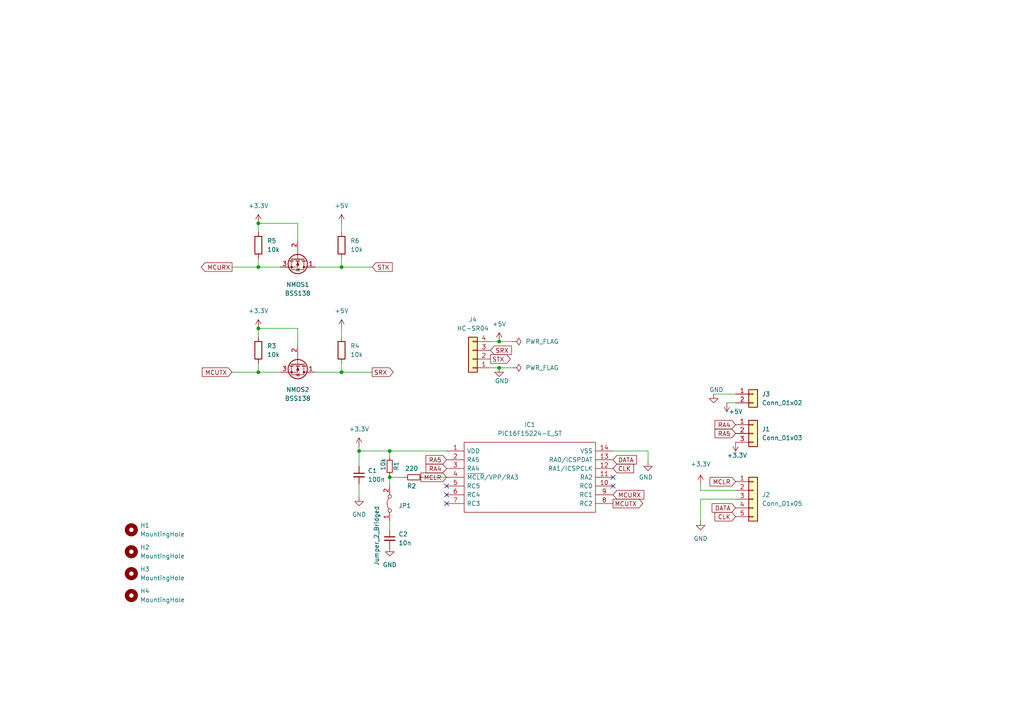
<source format=kicad_sch>
(kicad_sch (version 20211123) (generator eeschema)

  (uuid 4097fab2-eda1-4664-bba4-d163fdc2f51c)

  (paper "A4")

  (lib_symbols
    (symbol "Connector_Generic:Conn_01x02" (pin_names (offset 1.016) hide) (in_bom yes) (on_board yes)
      (property "Reference" "J" (id 0) (at 0 2.54 0)
        (effects (font (size 1.27 1.27)))
      )
      (property "Value" "Conn_01x02" (id 1) (at 0 -5.08 0)
        (effects (font (size 1.27 1.27)))
      )
      (property "Footprint" "" (id 2) (at 0 0 0)
        (effects (font (size 1.27 1.27)) hide)
      )
      (property "Datasheet" "~" (id 3) (at 0 0 0)
        (effects (font (size 1.27 1.27)) hide)
      )
      (property "ki_keywords" "connector" (id 4) (at 0 0 0)
        (effects (font (size 1.27 1.27)) hide)
      )
      (property "ki_description" "Generic connector, single row, 01x02, script generated (kicad-library-utils/schlib/autogen/connector/)" (id 5) (at 0 0 0)
        (effects (font (size 1.27 1.27)) hide)
      )
      (property "ki_fp_filters" "Connector*:*_1x??_*" (id 6) (at 0 0 0)
        (effects (font (size 1.27 1.27)) hide)
      )
      (symbol "Conn_01x02_1_1"
        (rectangle (start -1.27 -2.413) (end 0 -2.667)
          (stroke (width 0.1524) (type default) (color 0 0 0 0))
          (fill (type none))
        )
        (rectangle (start -1.27 0.127) (end 0 -0.127)
          (stroke (width 0.1524) (type default) (color 0 0 0 0))
          (fill (type none))
        )
        (rectangle (start -1.27 1.27) (end 1.27 -3.81)
          (stroke (width 0.254) (type default) (color 0 0 0 0))
          (fill (type background))
        )
        (pin passive line (at -5.08 0 0) (length 3.81)
          (name "Pin_1" (effects (font (size 1.27 1.27))))
          (number "1" (effects (font (size 1.27 1.27))))
        )
        (pin passive line (at -5.08 -2.54 0) (length 3.81)
          (name "Pin_2" (effects (font (size 1.27 1.27))))
          (number "2" (effects (font (size 1.27 1.27))))
        )
      )
    )
    (symbol "Connector_Generic:Conn_01x03" (pin_names (offset 1.016) hide) (in_bom yes) (on_board yes)
      (property "Reference" "J" (id 0) (at 0 5.08 0)
        (effects (font (size 1.27 1.27)))
      )
      (property "Value" "Conn_01x03" (id 1) (at 0 -5.08 0)
        (effects (font (size 1.27 1.27)))
      )
      (property "Footprint" "" (id 2) (at 0 0 0)
        (effects (font (size 1.27 1.27)) hide)
      )
      (property "Datasheet" "~" (id 3) (at 0 0 0)
        (effects (font (size 1.27 1.27)) hide)
      )
      (property "ki_keywords" "connector" (id 4) (at 0 0 0)
        (effects (font (size 1.27 1.27)) hide)
      )
      (property "ki_description" "Generic connector, single row, 01x03, script generated (kicad-library-utils/schlib/autogen/connector/)" (id 5) (at 0 0 0)
        (effects (font (size 1.27 1.27)) hide)
      )
      (property "ki_fp_filters" "Connector*:*_1x??_*" (id 6) (at 0 0 0)
        (effects (font (size 1.27 1.27)) hide)
      )
      (symbol "Conn_01x03_1_1"
        (rectangle (start -1.27 -2.413) (end 0 -2.667)
          (stroke (width 0.1524) (type default) (color 0 0 0 0))
          (fill (type none))
        )
        (rectangle (start -1.27 0.127) (end 0 -0.127)
          (stroke (width 0.1524) (type default) (color 0 0 0 0))
          (fill (type none))
        )
        (rectangle (start -1.27 2.667) (end 0 2.413)
          (stroke (width 0.1524) (type default) (color 0 0 0 0))
          (fill (type none))
        )
        (rectangle (start -1.27 3.81) (end 1.27 -3.81)
          (stroke (width 0.254) (type default) (color 0 0 0 0))
          (fill (type background))
        )
        (pin passive line (at -5.08 2.54 0) (length 3.81)
          (name "Pin_1" (effects (font (size 1.27 1.27))))
          (number "1" (effects (font (size 1.27 1.27))))
        )
        (pin passive line (at -5.08 0 0) (length 3.81)
          (name "Pin_2" (effects (font (size 1.27 1.27))))
          (number "2" (effects (font (size 1.27 1.27))))
        )
        (pin passive line (at -5.08 -2.54 0) (length 3.81)
          (name "Pin_3" (effects (font (size 1.27 1.27))))
          (number "3" (effects (font (size 1.27 1.27))))
        )
      )
    )
    (symbol "Connector_Generic:Conn_01x04" (pin_names (offset 1.016) hide) (in_bom yes) (on_board yes)
      (property "Reference" "J" (id 0) (at 0 5.08 0)
        (effects (font (size 1.27 1.27)))
      )
      (property "Value" "Conn_01x04" (id 1) (at 0 -7.62 0)
        (effects (font (size 1.27 1.27)))
      )
      (property "Footprint" "" (id 2) (at 0 0 0)
        (effects (font (size 1.27 1.27)) hide)
      )
      (property "Datasheet" "~" (id 3) (at 0 0 0)
        (effects (font (size 1.27 1.27)) hide)
      )
      (property "ki_keywords" "connector" (id 4) (at 0 0 0)
        (effects (font (size 1.27 1.27)) hide)
      )
      (property "ki_description" "Generic connector, single row, 01x04, script generated (kicad-library-utils/schlib/autogen/connector/)" (id 5) (at 0 0 0)
        (effects (font (size 1.27 1.27)) hide)
      )
      (property "ki_fp_filters" "Connector*:*_1x??_*" (id 6) (at 0 0 0)
        (effects (font (size 1.27 1.27)) hide)
      )
      (symbol "Conn_01x04_1_1"
        (rectangle (start -1.27 -4.953) (end 0 -5.207)
          (stroke (width 0.1524) (type default) (color 0 0 0 0))
          (fill (type none))
        )
        (rectangle (start -1.27 -2.413) (end 0 -2.667)
          (stroke (width 0.1524) (type default) (color 0 0 0 0))
          (fill (type none))
        )
        (rectangle (start -1.27 0.127) (end 0 -0.127)
          (stroke (width 0.1524) (type default) (color 0 0 0 0))
          (fill (type none))
        )
        (rectangle (start -1.27 2.667) (end 0 2.413)
          (stroke (width 0.1524) (type default) (color 0 0 0 0))
          (fill (type none))
        )
        (rectangle (start -1.27 3.81) (end 1.27 -6.35)
          (stroke (width 0.254) (type default) (color 0 0 0 0))
          (fill (type background))
        )
        (pin passive line (at -5.08 2.54 0) (length 3.81)
          (name "Pin_1" (effects (font (size 1.27 1.27))))
          (number "1" (effects (font (size 1.27 1.27))))
        )
        (pin passive line (at -5.08 0 0) (length 3.81)
          (name "Pin_2" (effects (font (size 1.27 1.27))))
          (number "2" (effects (font (size 1.27 1.27))))
        )
        (pin passive line (at -5.08 -2.54 0) (length 3.81)
          (name "Pin_3" (effects (font (size 1.27 1.27))))
          (number "3" (effects (font (size 1.27 1.27))))
        )
        (pin passive line (at -5.08 -5.08 0) (length 3.81)
          (name "Pin_4" (effects (font (size 1.27 1.27))))
          (number "4" (effects (font (size 1.27 1.27))))
        )
      )
    )
    (symbol "Connector_Generic:Conn_01x05" (pin_names (offset 1.016) hide) (in_bom yes) (on_board yes)
      (property "Reference" "J" (id 0) (at 0 7.62 0)
        (effects (font (size 1.27 1.27)))
      )
      (property "Value" "Conn_01x05" (id 1) (at 0 -7.62 0)
        (effects (font (size 1.27 1.27)))
      )
      (property "Footprint" "" (id 2) (at 0 0 0)
        (effects (font (size 1.27 1.27)) hide)
      )
      (property "Datasheet" "~" (id 3) (at 0 0 0)
        (effects (font (size 1.27 1.27)) hide)
      )
      (property "ki_keywords" "connector" (id 4) (at 0 0 0)
        (effects (font (size 1.27 1.27)) hide)
      )
      (property "ki_description" "Generic connector, single row, 01x05, script generated (kicad-library-utils/schlib/autogen/connector/)" (id 5) (at 0 0 0)
        (effects (font (size 1.27 1.27)) hide)
      )
      (property "ki_fp_filters" "Connector*:*_1x??_*" (id 6) (at 0 0 0)
        (effects (font (size 1.27 1.27)) hide)
      )
      (symbol "Conn_01x05_1_1"
        (rectangle (start -1.27 -4.953) (end 0 -5.207)
          (stroke (width 0.1524) (type default) (color 0 0 0 0))
          (fill (type none))
        )
        (rectangle (start -1.27 -2.413) (end 0 -2.667)
          (stroke (width 0.1524) (type default) (color 0 0 0 0))
          (fill (type none))
        )
        (rectangle (start -1.27 0.127) (end 0 -0.127)
          (stroke (width 0.1524) (type default) (color 0 0 0 0))
          (fill (type none))
        )
        (rectangle (start -1.27 2.667) (end 0 2.413)
          (stroke (width 0.1524) (type default) (color 0 0 0 0))
          (fill (type none))
        )
        (rectangle (start -1.27 5.207) (end 0 4.953)
          (stroke (width 0.1524) (type default) (color 0 0 0 0))
          (fill (type none))
        )
        (rectangle (start -1.27 6.35) (end 1.27 -6.35)
          (stroke (width 0.254) (type default) (color 0 0 0 0))
          (fill (type background))
        )
        (pin passive line (at -5.08 5.08 0) (length 3.81)
          (name "Pin_1" (effects (font (size 1.27 1.27))))
          (number "1" (effects (font (size 1.27 1.27))))
        )
        (pin passive line (at -5.08 2.54 0) (length 3.81)
          (name "Pin_2" (effects (font (size 1.27 1.27))))
          (number "2" (effects (font (size 1.27 1.27))))
        )
        (pin passive line (at -5.08 0 0) (length 3.81)
          (name "Pin_3" (effects (font (size 1.27 1.27))))
          (number "3" (effects (font (size 1.27 1.27))))
        )
        (pin passive line (at -5.08 -2.54 0) (length 3.81)
          (name "Pin_4" (effects (font (size 1.27 1.27))))
          (number "4" (effects (font (size 1.27 1.27))))
        )
        (pin passive line (at -5.08 -5.08 0) (length 3.81)
          (name "Pin_5" (effects (font (size 1.27 1.27))))
          (number "5" (effects (font (size 1.27 1.27))))
        )
      )
    )
    (symbol "Device:C_Small" (pin_numbers hide) (pin_names (offset 0.254) hide) (in_bom yes) (on_board yes)
      (property "Reference" "C" (id 0) (at 0.254 1.778 0)
        (effects (font (size 1.27 1.27)) (justify left))
      )
      (property "Value" "C_Small" (id 1) (at 0.254 -2.032 0)
        (effects (font (size 1.27 1.27)) (justify left))
      )
      (property "Footprint" "" (id 2) (at 0 0 0)
        (effects (font (size 1.27 1.27)) hide)
      )
      (property "Datasheet" "~" (id 3) (at 0 0 0)
        (effects (font (size 1.27 1.27)) hide)
      )
      (property "ki_keywords" "capacitor cap" (id 4) (at 0 0 0)
        (effects (font (size 1.27 1.27)) hide)
      )
      (property "ki_description" "Unpolarized capacitor, small symbol" (id 5) (at 0 0 0)
        (effects (font (size 1.27 1.27)) hide)
      )
      (property "ki_fp_filters" "C_*" (id 6) (at 0 0 0)
        (effects (font (size 1.27 1.27)) hide)
      )
      (symbol "C_Small_0_1"
        (polyline
          (pts
            (xy -1.524 -0.508)
            (xy 1.524 -0.508)
          )
          (stroke (width 0.3302) (type default) (color 0 0 0 0))
          (fill (type none))
        )
        (polyline
          (pts
            (xy -1.524 0.508)
            (xy 1.524 0.508)
          )
          (stroke (width 0.3048) (type default) (color 0 0 0 0))
          (fill (type none))
        )
      )
      (symbol "C_Small_1_1"
        (pin passive line (at 0 2.54 270) (length 2.032)
          (name "~" (effects (font (size 1.27 1.27))))
          (number "1" (effects (font (size 1.27 1.27))))
        )
        (pin passive line (at 0 -2.54 90) (length 2.032)
          (name "~" (effects (font (size 1.27 1.27))))
          (number "2" (effects (font (size 1.27 1.27))))
        )
      )
    )
    (symbol "Device:Q_NMOS_DGS" (pin_names (offset 0) hide) (in_bom yes) (on_board yes)
      (property "Reference" "Q" (id 0) (at 5.08 1.27 0)
        (effects (font (size 1.27 1.27)) (justify left))
      )
      (property "Value" "Q_NMOS_DGS" (id 1) (at 5.08 -1.27 0)
        (effects (font (size 1.27 1.27)) (justify left))
      )
      (property "Footprint" "" (id 2) (at 5.08 2.54 0)
        (effects (font (size 1.27 1.27)) hide)
      )
      (property "Datasheet" "~" (id 3) (at 0 0 0)
        (effects (font (size 1.27 1.27)) hide)
      )
      (property "ki_keywords" "transistor NMOS N-MOS N-MOSFET" (id 4) (at 0 0 0)
        (effects (font (size 1.27 1.27)) hide)
      )
      (property "ki_description" "N-MOSFET transistor, drain/gate/source" (id 5) (at 0 0 0)
        (effects (font (size 1.27 1.27)) hide)
      )
      (symbol "Q_NMOS_DGS_0_1"
        (polyline
          (pts
            (xy 0.254 0)
            (xy -2.54 0)
          )
          (stroke (width 0) (type default) (color 0 0 0 0))
          (fill (type none))
        )
        (polyline
          (pts
            (xy 0.254 1.905)
            (xy 0.254 -1.905)
          )
          (stroke (width 0.254) (type default) (color 0 0 0 0))
          (fill (type none))
        )
        (polyline
          (pts
            (xy 0.762 -1.27)
            (xy 0.762 -2.286)
          )
          (stroke (width 0.254) (type default) (color 0 0 0 0))
          (fill (type none))
        )
        (polyline
          (pts
            (xy 0.762 0.508)
            (xy 0.762 -0.508)
          )
          (stroke (width 0.254) (type default) (color 0 0 0 0))
          (fill (type none))
        )
        (polyline
          (pts
            (xy 0.762 2.286)
            (xy 0.762 1.27)
          )
          (stroke (width 0.254) (type default) (color 0 0 0 0))
          (fill (type none))
        )
        (polyline
          (pts
            (xy 2.54 2.54)
            (xy 2.54 1.778)
          )
          (stroke (width 0) (type default) (color 0 0 0 0))
          (fill (type none))
        )
        (polyline
          (pts
            (xy 2.54 -2.54)
            (xy 2.54 0)
            (xy 0.762 0)
          )
          (stroke (width 0) (type default) (color 0 0 0 0))
          (fill (type none))
        )
        (polyline
          (pts
            (xy 0.762 -1.778)
            (xy 3.302 -1.778)
            (xy 3.302 1.778)
            (xy 0.762 1.778)
          )
          (stroke (width 0) (type default) (color 0 0 0 0))
          (fill (type none))
        )
        (polyline
          (pts
            (xy 1.016 0)
            (xy 2.032 0.381)
            (xy 2.032 -0.381)
            (xy 1.016 0)
          )
          (stroke (width 0) (type default) (color 0 0 0 0))
          (fill (type outline))
        )
        (polyline
          (pts
            (xy 2.794 0.508)
            (xy 2.921 0.381)
            (xy 3.683 0.381)
            (xy 3.81 0.254)
          )
          (stroke (width 0) (type default) (color 0 0 0 0))
          (fill (type none))
        )
        (polyline
          (pts
            (xy 3.302 0.381)
            (xy 2.921 -0.254)
            (xy 3.683 -0.254)
            (xy 3.302 0.381)
          )
          (stroke (width 0) (type default) (color 0 0 0 0))
          (fill (type none))
        )
        (circle (center 1.651 0) (radius 2.794)
          (stroke (width 0.254) (type default) (color 0 0 0 0))
          (fill (type none))
        )
        (circle (center 2.54 -1.778) (radius 0.254)
          (stroke (width 0) (type default) (color 0 0 0 0))
          (fill (type outline))
        )
        (circle (center 2.54 1.778) (radius 0.254)
          (stroke (width 0) (type default) (color 0 0 0 0))
          (fill (type outline))
        )
      )
      (symbol "Q_NMOS_DGS_1_1"
        (pin passive line (at 2.54 5.08 270) (length 2.54)
          (name "D" (effects (font (size 1.27 1.27))))
          (number "1" (effects (font (size 1.27 1.27))))
        )
        (pin input line (at -5.08 0 0) (length 2.54)
          (name "G" (effects (font (size 1.27 1.27))))
          (number "2" (effects (font (size 1.27 1.27))))
        )
        (pin passive line (at 2.54 -5.08 90) (length 2.54)
          (name "S" (effects (font (size 1.27 1.27))))
          (number "3" (effects (font (size 1.27 1.27))))
        )
      )
    )
    (symbol "Device:R" (pin_numbers hide) (pin_names (offset 0)) (in_bom yes) (on_board yes)
      (property "Reference" "R" (id 0) (at 2.032 0 90)
        (effects (font (size 1.27 1.27)))
      )
      (property "Value" "R" (id 1) (at 0 0 90)
        (effects (font (size 1.27 1.27)))
      )
      (property "Footprint" "" (id 2) (at -1.778 0 90)
        (effects (font (size 1.27 1.27)) hide)
      )
      (property "Datasheet" "~" (id 3) (at 0 0 0)
        (effects (font (size 1.27 1.27)) hide)
      )
      (property "ki_keywords" "R res resistor" (id 4) (at 0 0 0)
        (effects (font (size 1.27 1.27)) hide)
      )
      (property "ki_description" "Resistor" (id 5) (at 0 0 0)
        (effects (font (size 1.27 1.27)) hide)
      )
      (property "ki_fp_filters" "R_*" (id 6) (at 0 0 0)
        (effects (font (size 1.27 1.27)) hide)
      )
      (symbol "R_0_1"
        (rectangle (start -1.016 -2.54) (end 1.016 2.54)
          (stroke (width 0.254) (type default) (color 0 0 0 0))
          (fill (type none))
        )
      )
      (symbol "R_1_1"
        (pin passive line (at 0 3.81 270) (length 1.27)
          (name "~" (effects (font (size 1.27 1.27))))
          (number "1" (effects (font (size 1.27 1.27))))
        )
        (pin passive line (at 0 -3.81 90) (length 1.27)
          (name "~" (effects (font (size 1.27 1.27))))
          (number "2" (effects (font (size 1.27 1.27))))
        )
      )
    )
    (symbol "Device:R_Small" (pin_numbers hide) (pin_names (offset 0.254) hide) (in_bom yes) (on_board yes)
      (property "Reference" "R" (id 0) (at 0.762 0.508 0)
        (effects (font (size 1.27 1.27)) (justify left))
      )
      (property "Value" "R_Small" (id 1) (at 0.762 -1.016 0)
        (effects (font (size 1.27 1.27)) (justify left))
      )
      (property "Footprint" "" (id 2) (at 0 0 0)
        (effects (font (size 1.27 1.27)) hide)
      )
      (property "Datasheet" "~" (id 3) (at 0 0 0)
        (effects (font (size 1.27 1.27)) hide)
      )
      (property "ki_keywords" "R resistor" (id 4) (at 0 0 0)
        (effects (font (size 1.27 1.27)) hide)
      )
      (property "ki_description" "Resistor, small symbol" (id 5) (at 0 0 0)
        (effects (font (size 1.27 1.27)) hide)
      )
      (property "ki_fp_filters" "R_*" (id 6) (at 0 0 0)
        (effects (font (size 1.27 1.27)) hide)
      )
      (symbol "R_Small_0_1"
        (rectangle (start -0.762 1.778) (end 0.762 -1.778)
          (stroke (width 0.2032) (type default) (color 0 0 0 0))
          (fill (type none))
        )
      )
      (symbol "R_Small_1_1"
        (pin passive line (at 0 2.54 270) (length 0.762)
          (name "~" (effects (font (size 1.27 1.27))))
          (number "1" (effects (font (size 1.27 1.27))))
        )
        (pin passive line (at 0 -2.54 90) (length 0.762)
          (name "~" (effects (font (size 1.27 1.27))))
          (number "2" (effects (font (size 1.27 1.27))))
        )
      )
    )
    (symbol "Jumper:Jumper_2_Bridged" (pin_names (offset 0) hide) (in_bom yes) (on_board yes)
      (property "Reference" "JP" (id 0) (at 0 1.905 0)
        (effects (font (size 1.27 1.27)))
      )
      (property "Value" "Jumper_2_Bridged" (id 1) (at 0 -2.54 0)
        (effects (font (size 1.27 1.27)))
      )
      (property "Footprint" "" (id 2) (at 0 0 0)
        (effects (font (size 1.27 1.27)) hide)
      )
      (property "Datasheet" "~" (id 3) (at 0 0 0)
        (effects (font (size 1.27 1.27)) hide)
      )
      (property "ki_keywords" "Jumper SPST" (id 4) (at 0 0 0)
        (effects (font (size 1.27 1.27)) hide)
      )
      (property "ki_description" "Jumper, 2-pole, closed/bridged" (id 5) (at 0 0 0)
        (effects (font (size 1.27 1.27)) hide)
      )
      (property "ki_fp_filters" "Jumper* TestPoint*2Pads* TestPoint*Bridge*" (id 6) (at 0 0 0)
        (effects (font (size 1.27 1.27)) hide)
      )
      (symbol "Jumper_2_Bridged_0_0"
        (circle (center -2.032 0) (radius 0.508)
          (stroke (width 0) (type default) (color 0 0 0 0))
          (fill (type none))
        )
        (circle (center 2.032 0) (radius 0.508)
          (stroke (width 0) (type default) (color 0 0 0 0))
          (fill (type none))
        )
      )
      (symbol "Jumper_2_Bridged_0_1"
        (arc (start 1.524 0.254) (mid 0 0.762) (end -1.524 0.254)
          (stroke (width 0) (type default) (color 0 0 0 0))
          (fill (type none))
        )
      )
      (symbol "Jumper_2_Bridged_1_1"
        (pin passive line (at -5.08 0 0) (length 2.54)
          (name "A" (effects (font (size 1.27 1.27))))
          (number "1" (effects (font (size 1.27 1.27))))
        )
        (pin passive line (at 5.08 0 180) (length 2.54)
          (name "B" (effects (font (size 1.27 1.27))))
          (number "2" (effects (font (size 1.27 1.27))))
        )
      )
    )
    (symbol "Mechanical:MountingHole" (pin_names (offset 1.016)) (in_bom yes) (on_board yes)
      (property "Reference" "H" (id 0) (at 0 5.08 0)
        (effects (font (size 1.27 1.27)))
      )
      (property "Value" "MountingHole" (id 1) (at 0 3.175 0)
        (effects (font (size 1.27 1.27)))
      )
      (property "Footprint" "" (id 2) (at 0 0 0)
        (effects (font (size 1.27 1.27)) hide)
      )
      (property "Datasheet" "~" (id 3) (at 0 0 0)
        (effects (font (size 1.27 1.27)) hide)
      )
      (property "ki_keywords" "mounting hole" (id 4) (at 0 0 0)
        (effects (font (size 1.27 1.27)) hide)
      )
      (property "ki_description" "Mounting Hole without connection" (id 5) (at 0 0 0)
        (effects (font (size 1.27 1.27)) hide)
      )
      (property "ki_fp_filters" "MountingHole*" (id 6) (at 0 0 0)
        (effects (font (size 1.27 1.27)) hide)
      )
      (symbol "MountingHole_0_1"
        (circle (center 0 0) (radius 1.27)
          (stroke (width 1.27) (type default) (color 0 0 0 0))
          (fill (type none))
        )
      )
    )
    (symbol "Symbols:PIC16F15224-E_ST" (pin_names (offset 0.762)) (in_bom yes) (on_board yes)
      (property "Reference" "IC" (id 0) (at 44.45 7.62 0)
        (effects (font (size 1.27 1.27)) (justify left))
      )
      (property "Value" "PIC16F15224-E_ST" (id 1) (at 44.45 5.08 0)
        (effects (font (size 1.27 1.27)) (justify left))
      )
      (property "Footprint" "Footprints:SOP65P640X120-14N" (id 2) (at 44.45 2.54 0)
        (effects (font (size 1.27 1.27)) (justify left) hide)
      )
      (property "Datasheet" "https://ww1.microchip.com/downloads/en/DeviceDoc/PIC16F15213-14-23-24-43-44-Data-Sheet-DS40002195B.pdf" (id 3) (at 44.45 0 0)
        (effects (font (size 1.27 1.27)) (justify left) hide)
      )
      (property "Description" "8-bit Microcontrollers - MCU 7KB Flash, 512B RAM, 10b ADC, 2x PWM, 2x CCP, HLT, WDT, PPS, EUSART, SPI/I2C, XLP SLEEP Mode" (id 4) (at 44.45 -2.54 0)
        (effects (font (size 1.27 1.27)) (justify left) hide)
      )
      (property "Height" "1.2" (id 5) (at 44.45 -5.08 0)
        (effects (font (size 1.27 1.27)) (justify left) hide)
      )
      (property "Mouser Part Number" "579-PIC16F15224-E/ST" (id 6) (at 44.45 -7.62 0)
        (effects (font (size 1.27 1.27)) (justify left) hide)
      )
      (property "Mouser Price/Stock" "https://www.mouser.co.uk/ProductDetail/Microchip-Technology/PIC16F15224-E-ST?qs=xZ%2FP%252Ba9zWqaFu9TE71IOhA%3D%3D" (id 7) (at 44.45 -10.16 0)
        (effects (font (size 1.27 1.27)) (justify left) hide)
      )
      (property "Manufacturer_Name" "Microchip" (id 8) (at 44.45 -12.7 0)
        (effects (font (size 1.27 1.27)) (justify left) hide)
      )
      (property "Manufacturer_Part_Number" "PIC16F15224-E/ST" (id 9) (at 44.45 -15.24 0)
        (effects (font (size 1.27 1.27)) (justify left) hide)
      )
      (property "ki_description" "8-bit Microcontrollers - MCU 7KB Flash, 512B RAM, 10b ADC, 2x PWM, 2x CCP, HLT, WDT, PPS, EUSART, SPI/I2C, XLP SLEEP Mode" (id 10) (at 0 0 0)
        (effects (font (size 1.27 1.27)) hide)
      )
      (symbol "PIC16F15224-E_ST_0_0"
        (pin passive line (at 0 0 0) (length 5.08)
          (name "VDD" (effects (font (size 1.27 1.27))))
          (number "1" (effects (font (size 1.27 1.27))))
        )
        (pin passive line (at 48.26 -10.16 180) (length 5.08)
          (name "RC0" (effects (font (size 1.27 1.27))))
          (number "10" (effects (font (size 1.27 1.27))))
        )
        (pin passive line (at 48.26 -7.62 180) (length 5.08)
          (name "RA2" (effects (font (size 1.27 1.27))))
          (number "11" (effects (font (size 1.27 1.27))))
        )
        (pin passive line (at 48.26 -5.08 180) (length 5.08)
          (name "RA1/ICSPCLK" (effects (font (size 1.27 1.27))))
          (number "12" (effects (font (size 1.27 1.27))))
        )
        (pin passive line (at 48.26 -2.54 180) (length 5.08)
          (name "RA0/ICSPDAT" (effects (font (size 1.27 1.27))))
          (number "13" (effects (font (size 1.27 1.27))))
        )
        (pin passive line (at 48.26 0 180) (length 5.08)
          (name "VSS" (effects (font (size 1.27 1.27))))
          (number "14" (effects (font (size 1.27 1.27))))
        )
        (pin passive line (at 0 -2.54 0) (length 5.08)
          (name "RA5" (effects (font (size 1.27 1.27))))
          (number "2" (effects (font (size 1.27 1.27))))
        )
        (pin passive line (at 0 -5.08 0) (length 5.08)
          (name "RA4" (effects (font (size 1.27 1.27))))
          (number "3" (effects (font (size 1.27 1.27))))
        )
        (pin passive line (at 0 -7.62 0) (length 5.08)
          (name "~{MCLR}/VPP/RA3" (effects (font (size 1.27 1.27))))
          (number "4" (effects (font (size 1.27 1.27))))
        )
        (pin passive line (at 0 -10.16 0) (length 5.08)
          (name "RC5" (effects (font (size 1.27 1.27))))
          (number "5" (effects (font (size 1.27 1.27))))
        )
        (pin passive line (at 0 -12.7 0) (length 5.08)
          (name "RC4" (effects (font (size 1.27 1.27))))
          (number "6" (effects (font (size 1.27 1.27))))
        )
        (pin passive line (at 0 -15.24 0) (length 5.08)
          (name "RC3" (effects (font (size 1.27 1.27))))
          (number "7" (effects (font (size 1.27 1.27))))
        )
        (pin passive line (at 48.26 -15.24 180) (length 5.08)
          (name "RC2" (effects (font (size 1.27 1.27))))
          (number "8" (effects (font (size 1.27 1.27))))
        )
        (pin passive line (at 48.26 -12.7 180) (length 5.08)
          (name "RC1" (effects (font (size 1.27 1.27))))
          (number "9" (effects (font (size 1.27 1.27))))
        )
      )
      (symbol "PIC16F15224-E_ST_0_1"
        (polyline
          (pts
            (xy 5.08 2.54)
            (xy 43.18 2.54)
            (xy 43.18 -17.78)
            (xy 5.08 -17.78)
            (xy 5.08 2.54)
          )
          (stroke (width 0.1524) (type default) (color 0 0 0 0))
          (fill (type none))
        )
      )
    )
    (symbol "power:+3.3V" (power) (pin_names (offset 0)) (in_bom yes) (on_board yes)
      (property "Reference" "#PWR" (id 0) (at 0 -3.81 0)
        (effects (font (size 1.27 1.27)) hide)
      )
      (property "Value" "+3.3V" (id 1) (at 0 3.556 0)
        (effects (font (size 1.27 1.27)))
      )
      (property "Footprint" "" (id 2) (at 0 0 0)
        (effects (font (size 1.27 1.27)) hide)
      )
      (property "Datasheet" "" (id 3) (at 0 0 0)
        (effects (font (size 1.27 1.27)) hide)
      )
      (property "ki_keywords" "power-flag" (id 4) (at 0 0 0)
        (effects (font (size 1.27 1.27)) hide)
      )
      (property "ki_description" "Power symbol creates a global label with name \"+3.3V\"" (id 5) (at 0 0 0)
        (effects (font (size 1.27 1.27)) hide)
      )
      (symbol "+3.3V_0_1"
        (polyline
          (pts
            (xy -0.762 1.27)
            (xy 0 2.54)
          )
          (stroke (width 0) (type default) (color 0 0 0 0))
          (fill (type none))
        )
        (polyline
          (pts
            (xy 0 0)
            (xy 0 2.54)
          )
          (stroke (width 0) (type default) (color 0 0 0 0))
          (fill (type none))
        )
        (polyline
          (pts
            (xy 0 2.54)
            (xy 0.762 1.27)
          )
          (stroke (width 0) (type default) (color 0 0 0 0))
          (fill (type none))
        )
      )
      (symbol "+3.3V_1_1"
        (pin power_in line (at 0 0 90) (length 0) hide
          (name "+3.3V" (effects (font (size 1.27 1.27))))
          (number "1" (effects (font (size 1.27 1.27))))
        )
      )
    )
    (symbol "power:+5V" (power) (pin_names (offset 0)) (in_bom yes) (on_board yes)
      (property "Reference" "#PWR" (id 0) (at 0 -3.81 0)
        (effects (font (size 1.27 1.27)) hide)
      )
      (property "Value" "+5V" (id 1) (at 0 3.556 0)
        (effects (font (size 1.27 1.27)))
      )
      (property "Footprint" "" (id 2) (at 0 0 0)
        (effects (font (size 1.27 1.27)) hide)
      )
      (property "Datasheet" "" (id 3) (at 0 0 0)
        (effects (font (size 1.27 1.27)) hide)
      )
      (property "ki_keywords" "power-flag" (id 4) (at 0 0 0)
        (effects (font (size 1.27 1.27)) hide)
      )
      (property "ki_description" "Power symbol creates a global label with name \"+5V\"" (id 5) (at 0 0 0)
        (effects (font (size 1.27 1.27)) hide)
      )
      (symbol "+5V_0_1"
        (polyline
          (pts
            (xy -0.762 1.27)
            (xy 0 2.54)
          )
          (stroke (width 0) (type default) (color 0 0 0 0))
          (fill (type none))
        )
        (polyline
          (pts
            (xy 0 0)
            (xy 0 2.54)
          )
          (stroke (width 0) (type default) (color 0 0 0 0))
          (fill (type none))
        )
        (polyline
          (pts
            (xy 0 2.54)
            (xy 0.762 1.27)
          )
          (stroke (width 0) (type default) (color 0 0 0 0))
          (fill (type none))
        )
      )
      (symbol "+5V_1_1"
        (pin power_in line (at 0 0 90) (length 0) hide
          (name "+5V" (effects (font (size 1.27 1.27))))
          (number "1" (effects (font (size 1.27 1.27))))
        )
      )
    )
    (symbol "power:GND" (power) (pin_names (offset 0)) (in_bom yes) (on_board yes)
      (property "Reference" "#PWR" (id 0) (at 0 -6.35 0)
        (effects (font (size 1.27 1.27)) hide)
      )
      (property "Value" "GND" (id 1) (at 0 -3.81 0)
        (effects (font (size 1.27 1.27)))
      )
      (property "Footprint" "" (id 2) (at 0 0 0)
        (effects (font (size 1.27 1.27)) hide)
      )
      (property "Datasheet" "" (id 3) (at 0 0 0)
        (effects (font (size 1.27 1.27)) hide)
      )
      (property "ki_keywords" "power-flag" (id 4) (at 0 0 0)
        (effects (font (size 1.27 1.27)) hide)
      )
      (property "ki_description" "Power symbol creates a global label with name \"GND\" , ground" (id 5) (at 0 0 0)
        (effects (font (size 1.27 1.27)) hide)
      )
      (symbol "GND_0_1"
        (polyline
          (pts
            (xy 0 0)
            (xy 0 -1.27)
            (xy 1.27 -1.27)
            (xy 0 -2.54)
            (xy -1.27 -1.27)
            (xy 0 -1.27)
          )
          (stroke (width 0) (type default) (color 0 0 0 0))
          (fill (type none))
        )
      )
      (symbol "GND_1_1"
        (pin power_in line (at 0 0 270) (length 0) hide
          (name "GND" (effects (font (size 1.27 1.27))))
          (number "1" (effects (font (size 1.27 1.27))))
        )
      )
    )
    (symbol "power:PWR_FLAG" (power) (pin_numbers hide) (pin_names (offset 0) hide) (in_bom yes) (on_board yes)
      (property "Reference" "#FLG" (id 0) (at 0 1.905 0)
        (effects (font (size 1.27 1.27)) hide)
      )
      (property "Value" "PWR_FLAG" (id 1) (at 0 3.81 0)
        (effects (font (size 1.27 1.27)))
      )
      (property "Footprint" "" (id 2) (at 0 0 0)
        (effects (font (size 1.27 1.27)) hide)
      )
      (property "Datasheet" "~" (id 3) (at 0 0 0)
        (effects (font (size 1.27 1.27)) hide)
      )
      (property "ki_keywords" "power-flag" (id 4) (at 0 0 0)
        (effects (font (size 1.27 1.27)) hide)
      )
      (property "ki_description" "Special symbol for telling ERC where power comes from" (id 5) (at 0 0 0)
        (effects (font (size 1.27 1.27)) hide)
      )
      (symbol "PWR_FLAG_0_0"
        (pin power_out line (at 0 0 90) (length 0)
          (name "pwr" (effects (font (size 1.27 1.27))))
          (number "1" (effects (font (size 1.27 1.27))))
        )
      )
      (symbol "PWR_FLAG_0_1"
        (polyline
          (pts
            (xy 0 0)
            (xy 0 1.27)
            (xy -1.016 1.905)
            (xy 0 2.54)
            (xy 1.016 1.905)
            (xy 0 1.27)
          )
          (stroke (width 0) (type default) (color 0 0 0 0))
          (fill (type none))
        )
      )
    )
  )

  (junction (at 144.78 99.06) (diameter 0) (color 0 0 0 0)
    (uuid 0f0f4327-0aa7-4c9a-a742-dd3507af5476)
  )
  (junction (at 99.06 77.47) (diameter 0) (color 0 0 0 0)
    (uuid 1955341f-50d1-4f34-bd7e-3bc57b5efcb5)
  )
  (junction (at 74.93 95.25) (diameter 0) (color 0 0 0 0)
    (uuid 1962adb5-5c8a-4c49-b262-7492d5f0bce9)
  )
  (junction (at 113.03 138.43) (diameter 0) (color 0 0 0 0)
    (uuid 4489110c-daa6-4834-925b-b0453f6427aa)
  )
  (junction (at 74.93 107.95) (diameter 0) (color 0 0 0 0)
    (uuid 739bdf71-ca5f-4d7b-b982-5abbef350e3e)
  )
  (junction (at 74.93 64.77) (diameter 0) (color 0 0 0 0)
    (uuid 8c554481-c693-4d6f-9292-0acc861183e0)
  )
  (junction (at 74.93 77.47) (diameter 0) (color 0 0 0 0)
    (uuid af1f1f79-7b51-4783-a786-8ff3afb6eb24)
  )
  (junction (at 113.03 130.81) (diameter 0) (color 0 0 0 0)
    (uuid afeaddc7-9174-41f5-8d59-00995add7b96)
  )
  (junction (at 104.14 130.81) (diameter 0) (color 0 0 0 0)
    (uuid b2a6c252-d7af-43b9-adb5-362eff5bc10c)
  )
  (junction (at 144.78 106.68) (diameter 0) (color 0 0 0 0)
    (uuid dbefc5ab-9ec6-4d73-b60f-0e5af2b41e08)
  )
  (junction (at 99.06 107.95) (diameter 0) (color 0 0 0 0)
    (uuid f9511142-e319-4ce5-9d5a-9834571effba)
  )

  (no_connect (at 177.8 140.97) (uuid 022710d8-270c-4079-810d-5d69548a644f))
  (no_connect (at 177.8 138.43) (uuid 022710d8-270c-4079-810d-5d69548a6450))
  (no_connect (at 129.54 140.97) (uuid 022710d8-270c-4079-810d-5d69548a6453))
  (no_connect (at 129.54 146.05) (uuid 3ee0c1c0-efff-4320-babd-e3f88d6e345d))
  (no_connect (at 129.54 143.51) (uuid 96a8dc73-9a40-4cfa-bbbe-4e7885f0f133))

  (wire (pts (xy 74.93 74.93) (xy 74.93 77.47))
    (stroke (width 0) (type default) (color 0 0 0 0))
    (uuid 03d63ccf-d8a1-410c-a6dd-1ec48fb0d4b4)
  )
  (wire (pts (xy 187.96 133.985) (xy 187.96 130.81))
    (stroke (width 0) (type default) (color 0 0 0 0))
    (uuid 0c8f6617-f14d-481a-aaef-7d7f8b5db17c)
  )
  (wire (pts (xy 99.06 74.93) (xy 99.06 77.47))
    (stroke (width 0) (type default) (color 0 0 0 0))
    (uuid 13504084-e7df-479a-87e5-f5a3ae699a75)
  )
  (wire (pts (xy 104.14 144.145) (xy 104.14 140.335))
    (stroke (width 0) (type default) (color 0 0 0 0))
    (uuid 168bbfcf-d8db-409f-9a6f-c394040e1f73)
  )
  (wire (pts (xy 91.44 77.47) (xy 99.06 77.47))
    (stroke (width 0) (type default) (color 0 0 0 0))
    (uuid 176208dc-ab75-49d3-a93d-c9a74697a594)
  )
  (wire (pts (xy 99.06 107.95) (xy 107.95 107.95))
    (stroke (width 0) (type default) (color 0 0 0 0))
    (uuid 1bd4548c-82a1-402b-8d25-63140705c313)
  )
  (wire (pts (xy 67.31 77.47) (xy 74.93 77.47))
    (stroke (width 0) (type default) (color 0 0 0 0))
    (uuid 26565575-4847-457d-a895-fa0390952bea)
  )
  (wire (pts (xy 74.93 95.25) (xy 86.36 95.25))
    (stroke (width 0) (type default) (color 0 0 0 0))
    (uuid 2899716b-f41b-47a4-9f1a-64fd76a2d9d3)
  )
  (wire (pts (xy 86.36 64.77) (xy 86.36 69.85))
    (stroke (width 0) (type default) (color 0 0 0 0))
    (uuid 3d53fe2e-7183-4a2d-99d8-7d8f6e9d67a1)
  )
  (wire (pts (xy 104.14 130.81) (xy 113.03 130.81))
    (stroke (width 0) (type default) (color 0 0 0 0))
    (uuid 41a68a8f-acc5-4ad5-98c6-561ba5afb433)
  )
  (wire (pts (xy 74.93 105.41) (xy 74.93 107.95))
    (stroke (width 0) (type default) (color 0 0 0 0))
    (uuid 44a3407b-c4a3-4475-85c5-823f9f474a7a)
  )
  (wire (pts (xy 113.03 140.97) (xy 113.03 138.43))
    (stroke (width 0) (type default) (color 0 0 0 0))
    (uuid 44e86414-f14d-463f-a839-e2bc387b01b9)
  )
  (wire (pts (xy 74.93 64.77) (xy 86.36 64.77))
    (stroke (width 0) (type default) (color 0 0 0 0))
    (uuid 45ad3b09-16cc-4110-979b-c3662b1b5ca7)
  )
  (wire (pts (xy 74.93 67.31) (xy 74.93 64.77))
    (stroke (width 0) (type default) (color 0 0 0 0))
    (uuid 46415a96-aea0-4a46-af29-4ce070d6ef31)
  )
  (wire (pts (xy 187.96 130.81) (xy 177.8 130.81))
    (stroke (width 0) (type default) (color 0 0 0 0))
    (uuid 470758ab-c9ff-48f8-9967-15f7b39c3490)
  )
  (wire (pts (xy 210.82 116.84) (xy 213.36 116.84))
    (stroke (width 0) (type default) (color 0 0 0 0))
    (uuid 4f921c54-2ebf-448a-96ad-3adccf7cbf12)
  )
  (wire (pts (xy 99.06 64.77) (xy 99.06 67.31))
    (stroke (width 0) (type default) (color 0 0 0 0))
    (uuid 52c9dfa4-9a78-4b22-a171-94d688aa6516)
  )
  (wire (pts (xy 104.14 129.54) (xy 104.14 130.81))
    (stroke (width 0) (type default) (color 0 0 0 0))
    (uuid 6a4dad6a-d05b-4ba7-a3c1-908af5ec51eb)
  )
  (wire (pts (xy 104.14 130.81) (xy 104.14 135.255))
    (stroke (width 0) (type default) (color 0 0 0 0))
    (uuid 6b4be573-1c2d-400c-83df-19767b4fc779)
  )
  (wire (pts (xy 67.31 107.95) (xy 74.93 107.95))
    (stroke (width 0) (type default) (color 0 0 0 0))
    (uuid 6dbe6dfd-d1c8-4a9a-b1b4-03d8c9f483f7)
  )
  (wire (pts (xy 74.93 107.95) (xy 81.28 107.95))
    (stroke (width 0) (type default) (color 0 0 0 0))
    (uuid 72ad4a89-c6fb-44ec-b200-842dc5de2097)
  )
  (wire (pts (xy 213.36 144.78) (xy 203.2 144.78))
    (stroke (width 0) (type default) (color 0 0 0 0))
    (uuid 77961cdb-f09a-4a50-959f-bdff39bd5dd7)
  )
  (wire (pts (xy 144.78 99.06) (xy 142.24 99.06))
    (stroke (width 0) (type default) (color 0 0 0 0))
    (uuid 819e92b2-b737-44e5-8694-f9c20649f584)
  )
  (wire (pts (xy 113.03 138.43) (xy 113.03 137.795))
    (stroke (width 0) (type default) (color 0 0 0 0))
    (uuid 914c1932-5c2f-42a8-85f6-faabc9c0e67e)
  )
  (wire (pts (xy 203.2 140.335) (xy 203.2 142.24))
    (stroke (width 0) (type default) (color 0 0 0 0))
    (uuid 9ae32030-816b-410e-b989-f7dbd1ba7e59)
  )
  (wire (pts (xy 74.93 77.47) (xy 81.28 77.47))
    (stroke (width 0) (type default) (color 0 0 0 0))
    (uuid 9c18b4cb-28d5-4078-a46b-3c2db16517c6)
  )
  (wire (pts (xy 129.54 138.43) (xy 122.555 138.43))
    (stroke (width 0) (type default) (color 0 0 0 0))
    (uuid a159c12a-3c3b-4346-95ca-16f2b5001ff5)
  )
  (wire (pts (xy 99.06 95.25) (xy 99.06 97.79))
    (stroke (width 0) (type default) (color 0 0 0 0))
    (uuid a45b5515-49df-4e34-a67b-23358b696970)
  )
  (wire (pts (xy 117.475 138.43) (xy 113.03 138.43))
    (stroke (width 0) (type default) (color 0 0 0 0))
    (uuid a5b4bac1-0901-49de-a37d-ba115872f3b3)
  )
  (wire (pts (xy 74.93 97.79) (xy 74.93 95.25))
    (stroke (width 0) (type default) (color 0 0 0 0))
    (uuid a73bb9ea-fbc3-4b7e-9878-c5f5707ba206)
  )
  (wire (pts (xy 99.06 77.47) (xy 107.95 77.47))
    (stroke (width 0) (type default) (color 0 0 0 0))
    (uuid a7982ed4-d01f-48a6-baaa-104f36d17437)
  )
  (wire (pts (xy 86.36 95.25) (xy 86.36 100.33))
    (stroke (width 0) (type default) (color 0 0 0 0))
    (uuid afde02c4-3758-4af6-8713-16fc17668aab)
  )
  (wire (pts (xy 113.03 153.67) (xy 113.03 151.13))
    (stroke (width 0) (type default) (color 0 0 0 0))
    (uuid b05c7b45-cb1c-40d4-876c-1a3fcaa4e13c)
  )
  (wire (pts (xy 207.01 114.3) (xy 213.36 114.3))
    (stroke (width 0) (type default) (color 0 0 0 0))
    (uuid bdddbd2a-0f29-4320-a730-4589180e25c2)
  )
  (wire (pts (xy 99.06 105.41) (xy 99.06 107.95))
    (stroke (width 0) (type default) (color 0 0 0 0))
    (uuid be321ddc-6d99-4edb-bf04-e4cfd7ac1723)
  )
  (wire (pts (xy 144.78 106.68) (xy 148.59 106.68))
    (stroke (width 0) (type default) (color 0 0 0 0))
    (uuid c2a57ca4-3d56-4d05-a2b9-410d55345953)
  )
  (wire (pts (xy 203.2 142.24) (xy 213.36 142.24))
    (stroke (width 0) (type default) (color 0 0 0 0))
    (uuid c5ff445f-ff13-4dfe-bc17-de1904468410)
  )
  (wire (pts (xy 113.03 130.81) (xy 129.54 130.81))
    (stroke (width 0) (type default) (color 0 0 0 0))
    (uuid ce7229d9-048c-45db-92ad-a8af69061722)
  )
  (wire (pts (xy 203.2 144.78) (xy 203.2 151.13))
    (stroke (width 0) (type default) (color 0 0 0 0))
    (uuid ddfea4bf-dcc3-4a2a-9f7b-e28f15457494)
  )
  (wire (pts (xy 142.24 106.68) (xy 144.78 106.68))
    (stroke (width 0) (type default) (color 0 0 0 0))
    (uuid e0f14c14-a057-480e-857b-f66eb499a3d9)
  )
  (wire (pts (xy 144.78 99.06) (xy 148.59 99.06))
    (stroke (width 0) (type default) (color 0 0 0 0))
    (uuid e26a6946-5297-488a-b570-820718273417)
  )
  (wire (pts (xy 91.44 107.95) (xy 99.06 107.95))
    (stroke (width 0) (type default) (color 0 0 0 0))
    (uuid e947abf9-ea77-4e21-b17c-ca4b808de9f8)
  )
  (wire (pts (xy 113.03 130.81) (xy 113.03 132.715))
    (stroke (width 0) (type default) (color 0 0 0 0))
    (uuid ebb8f6b2-79df-434e-b6ee-0277630fbd17)
  )

  (global_label "DATA" (shape input) (at 213.36 147.32 180) (fields_autoplaced)
    (effects (font (size 1.27 1.27)) (justify right))
    (uuid 044707e3-96d7-4dc8-8ead-f24ee883a44a)
    (property "Intersheet References" "${INTERSHEET_REFS}" (id 0) (at 206.5321 147.2406 0)
      (effects (font (size 1.27 1.27)) (justify right) hide)
    )
  )
  (global_label "CLK" (shape input) (at 177.8 135.89 0) (fields_autoplaced)
    (effects (font (size 1.27 1.27)) (justify left))
    (uuid 13917705-7259-47d9-8daf-87c1b65a51af)
    (property "Intersheet References" "${INTERSHEET_REFS}" (id 0) (at 183.7812 135.8106 0)
      (effects (font (size 1.27 1.27)) (justify left) hide)
    )
  )
  (global_label "RA5" (shape input) (at 129.54 133.35 180) (fields_autoplaced)
    (effects (font (size 1.27 1.27)) (justify right))
    (uuid 1b5be72a-645f-495e-afd0-bfa423357541)
    (property "Intersheet References" "${INTERSHEET_REFS}" (id 0) (at 123.5588 133.2706 0)
      (effects (font (size 1.27 1.27)) (justify right) hide)
    )
  )
  (global_label "MCURX" (shape output) (at 67.31 77.47 180) (fields_autoplaced)
    (effects (font (size 1.27 1.27)) (justify right))
    (uuid 22ad9815-591d-4627-aeae-95f1d3ba7e98)
    (property "Intersheet References" "${INTERSHEET_REFS}" (id 0) (at 58.3655 77.3906 0)
      (effects (font (size 1.27 1.27)) (justify right) hide)
    )
  )
  (global_label "MCLR" (shape input) (at 213.36 139.7 180) (fields_autoplaced)
    (effects (font (size 1.27 1.27)) (justify right))
    (uuid 2ae4c397-f8b6-4e50-a367-80a3b25a089f)
    (property "Intersheet References" "${INTERSHEET_REFS}" (id 0) (at 205.9274 139.6206 0)
      (effects (font (size 1.27 1.27)) (justify right) hide)
    )
  )
  (global_label "RA5" (shape input) (at 213.36 125.73 180) (fields_autoplaced)
    (effects (font (size 1.27 1.27)) (justify right))
    (uuid 2c960fce-66f0-4f31-aed9-b90f117a1b39)
    (property "Intersheet References" "${INTERSHEET_REFS}" (id 0) (at 207.3788 125.6506 0)
      (effects (font (size 1.27 1.27)) (justify right) hide)
    )
  )
  (global_label "STX" (shape input) (at 107.95 77.47 0) (fields_autoplaced)
    (effects (font (size 1.27 1.27)) (justify left))
    (uuid 70bd0f1e-432c-4418-b679-991677ca2cda)
    (property "Intersheet References" "${INTERSHEET_REFS}" (id 0) (at 113.7498 77.3906 0)
      (effects (font (size 1.27 1.27)) (justify left) hide)
    )
  )
  (global_label "SRX" (shape output) (at 107.95 107.95 0) (fields_autoplaced)
    (effects (font (size 1.27 1.27)) (justify left))
    (uuid 784db43e-309d-4d9b-b4b9-7f55858fc19c)
    (property "Intersheet References" "${INTERSHEET_REFS}" (id 0) (at 114.0521 107.8706 0)
      (effects (font (size 1.27 1.27)) (justify left) hide)
    )
  )
  (global_label "RA4" (shape input) (at 213.36 123.19 180) (fields_autoplaced)
    (effects (font (size 1.27 1.27)) (justify right))
    (uuid 91c09498-a03f-4b95-b595-516ebec6c123)
    (property "Intersheet References" "${INTERSHEET_REFS}" (id 0) (at 207.3788 123.1106 0)
      (effects (font (size 1.27 1.27)) (justify right) hide)
    )
  )
  (global_label "MCURX" (shape input) (at 177.8 143.51 0) (fields_autoplaced)
    (effects (font (size 1.27 1.27)) (justify left))
    (uuid 94ed5c27-4683-41e5-a8b9-75f1481fdfbc)
    (property "Intersheet References" "${INTERSHEET_REFS}" (id 0) (at 186.7445 143.4306 0)
      (effects (font (size 1.27 1.27)) (justify left) hide)
    )
  )
  (global_label "MCUTX" (shape output) (at 177.8 146.05 0) (fields_autoplaced)
    (effects (font (size 1.27 1.27)) (justify left))
    (uuid 9d29866a-31ae-4aba-a849-91714e658770)
    (property "Intersheet References" "${INTERSHEET_REFS}" (id 0) (at 186.4421 145.9706 0)
      (effects (font (size 1.27 1.27)) (justify left) hide)
    )
  )
  (global_label "DATA" (shape input) (at 177.8 133.35 0) (fields_autoplaced)
    (effects (font (size 1.27 1.27)) (justify left))
    (uuid 9e9f86a6-05d7-43f9-b781-d70d079a7bfa)
    (property "Intersheet References" "${INTERSHEET_REFS}" (id 0) (at 184.6279 133.2706 0)
      (effects (font (size 1.27 1.27)) (justify left) hide)
    )
  )
  (global_label "CLK" (shape input) (at 213.36 149.86 180) (fields_autoplaced)
    (effects (font (size 1.27 1.27)) (justify right))
    (uuid a955e656-c951-43e1-a1ed-ac92259a5d48)
    (property "Intersheet References" "${INTERSHEET_REFS}" (id 0) (at 207.3788 149.7806 0)
      (effects (font (size 1.27 1.27)) (justify right) hide)
    )
  )
  (global_label "SRX" (shape input) (at 142.24 101.6 0) (fields_autoplaced)
    (effects (font (size 1.27 1.27)) (justify left))
    (uuid ad0b9b3c-a405-4251-a26e-8024eb427239)
    (property "Intersheet References" "${INTERSHEET_REFS}" (id 0) (at 148.3421 101.5206 0)
      (effects (font (size 1.27 1.27)) (justify left) hide)
    )
  )
  (global_label "MCLR" (shape input) (at 129.54 138.43 180) (fields_autoplaced)
    (effects (font (size 1.27 1.27)) (justify right))
    (uuid b63a95b6-83f1-4503-96ed-02528746ccd6)
    (property "Intersheet References" "${INTERSHEET_REFS}" (id 0) (at 122.1074 138.3506 0)
      (effects (font (size 1.27 1.27)) (justify right) hide)
    )
  )
  (global_label "RA4" (shape input) (at 129.54 135.89 180) (fields_autoplaced)
    (effects (font (size 1.27 1.27)) (justify right))
    (uuid c36a91d1-e43e-46c3-b10c-4bb28dc8b1e8)
    (property "Intersheet References" "${INTERSHEET_REFS}" (id 0) (at 123.5588 135.8106 0)
      (effects (font (size 1.27 1.27)) (justify right) hide)
    )
  )
  (global_label "STX" (shape output) (at 142.24 104.14 0) (fields_autoplaced)
    (effects (font (size 1.27 1.27)) (justify left))
    (uuid d522f41d-0d76-4f3e-9ca4-61e02bd8d582)
    (property "Intersheet References" "${INTERSHEET_REFS}" (id 0) (at 148.0398 104.0606 0)
      (effects (font (size 1.27 1.27)) (justify left) hide)
    )
  )
  (global_label "MCUTX" (shape input) (at 67.31 107.95 180) (fields_autoplaced)
    (effects (font (size 1.27 1.27)) (justify right))
    (uuid d970fbc3-6eb6-4040-b4e3-1a7ab8151cad)
    (property "Intersheet References" "${INTERSHEET_REFS}" (id 0) (at 58.6679 107.8706 0)
      (effects (font (size 1.27 1.27)) (justify right) hide)
    )
  )

  (symbol (lib_id "Device:R_Small") (at 113.03 135.255 180) (unit 1)
    (in_bom yes) (on_board yes)
    (uuid 010fadc6-1c85-4f0b-b1b3-0e1b23433366)
    (property "Reference" "R1" (id 0) (at 114.935 136.525 90)
      (effects (font (size 1.27 1.27)) (justify right))
    )
    (property "Value" "10k" (id 1) (at 111.125 136.525 90)
      (effects (font (size 1.27 1.27)) (justify right))
    )
    (property "Footprint" "Resistor_SMD:R_0603_1608Metric" (id 2) (at 113.03 135.255 0)
      (effects (font (size 1.27 1.27)) hide)
    )
    (property "Datasheet" "~" (id 3) (at 113.03 135.255 0)
      (effects (font (size 1.27 1.27)) hide)
    )
    (property "MPN" "RMCF0603JT10K0" (id 4) (at 113.03 135.255 0)
      (effects (font (size 1.27 1.27)) hide)
    )
    (pin "1" (uuid a79ac7a2-7c4a-4ce7-8b1e-292f89c4a3ff))
    (pin "2" (uuid bb10fc24-4c40-4fa9-9dc9-786bef297a2f))
  )

  (symbol (lib_id "Mechanical:MountingHole") (at 38.1 153.67 0) (unit 1)
    (in_bom yes) (on_board yes) (fields_autoplaced)
    (uuid 07c9fd48-c71e-4d92-9e93-282070f766a8)
    (property "Reference" "H1" (id 0) (at 40.64 152.3999 0)
      (effects (font (size 1.27 1.27)) (justify left))
    )
    (property "Value" "MountingHole" (id 1) (at 40.64 154.9399 0)
      (effects (font (size 1.27 1.27)) (justify left))
    )
    (property "Footprint" "MountingHole:MountingHole_2.5mm" (id 2) (at 38.1 153.67 0)
      (effects (font (size 1.27 1.27)) hide)
    )
    (property "Datasheet" "~" (id 3) (at 38.1 153.67 0)
      (effects (font (size 1.27 1.27)) hide)
    )
  )

  (symbol (lib_id "power:PWR_FLAG") (at 148.59 99.06 270) (unit 1)
    (in_bom yes) (on_board yes) (fields_autoplaced)
    (uuid 0c181f05-8629-478e-a8d7-bc74d0968d93)
    (property "Reference" "#FLG0103" (id 0) (at 150.495 99.06 0)
      (effects (font (size 1.27 1.27)) hide)
    )
    (property "Value" "PWR_FLAG" (id 1) (at 152.4 99.0599 90)
      (effects (font (size 1.27 1.27)) (justify left))
    )
    (property "Footprint" "" (id 2) (at 148.59 99.06 0)
      (effects (font (size 1.27 1.27)) hide)
    )
    (property "Datasheet" "~" (id 3) (at 148.59 99.06 0)
      (effects (font (size 1.27 1.27)) hide)
    )
    (pin "1" (uuid b33a465d-c1dd-4e02-932d-41017f67f199))
  )

  (symbol (lib_id "Mechanical:MountingHole") (at 38.1 160.02 0) (unit 1)
    (in_bom yes) (on_board yes) (fields_autoplaced)
    (uuid 0c5cf266-0a13-48ba-ade8-ad7e4b9d3e44)
    (property "Reference" "H2" (id 0) (at 40.64 158.7499 0)
      (effects (font (size 1.27 1.27)) (justify left))
    )
    (property "Value" "MountingHole" (id 1) (at 40.64 161.2899 0)
      (effects (font (size 1.27 1.27)) (justify left))
    )
    (property "Footprint" "MountingHole:MountingHole_2.5mm" (id 2) (at 38.1 160.02 0)
      (effects (font (size 1.27 1.27)) hide)
    )
    (property "Datasheet" "~" (id 3) (at 38.1 160.02 0)
      (effects (font (size 1.27 1.27)) hide)
    )
  )

  (symbol (lib_id "Device:R") (at 99.06 101.6 0) (unit 1)
    (in_bom yes) (on_board yes) (fields_autoplaced)
    (uuid 1865e564-4aca-4e96-b37b-2c9252553d5c)
    (property "Reference" "R4" (id 0) (at 101.6 100.3299 0)
      (effects (font (size 1.27 1.27)) (justify left))
    )
    (property "Value" "10k" (id 1) (at 101.6 102.8699 0)
      (effects (font (size 1.27 1.27)) (justify left))
    )
    (property "Footprint" "Resistor_SMD:R_0603_1608Metric" (id 2) (at 97.282 101.6 90)
      (effects (font (size 1.27 1.27)) hide)
    )
    (property "Datasheet" "~" (id 3) (at 99.06 101.6 0)
      (effects (font (size 1.27 1.27)) hide)
    )
    (property "MPN" "RMCF0603JT10K0" (id 4) (at 99.06 101.6 0)
      (effects (font (size 1.27 1.27)) hide)
    )
    (pin "1" (uuid 9d7d3b4c-fcce-4a51-bf2f-24abd311482b))
    (pin "2" (uuid 8d76d36f-2b9c-447f-aa0c-19f22c83a2da))
  )

  (symbol (lib_id "Connector_Generic:Conn_01x02") (at 218.44 114.3 0) (unit 1)
    (in_bom yes) (on_board yes) (fields_autoplaced)
    (uuid 18bd98c9-3674-4714-b0f0-2ed4b083b11d)
    (property "Reference" "J3" (id 0) (at 220.98 114.2999 0)
      (effects (font (size 1.27 1.27)) (justify left))
    )
    (property "Value" "Conn_01x02" (id 1) (at 220.98 116.8399 0)
      (effects (font (size 1.27 1.27)) (justify left))
    )
    (property "Footprint" "TerminalBlock_Phoenix:TerminalBlock_Phoenix_MPT-0,5-2-2.54_1x02_P2.54mm_Horizontal" (id 2) (at 218.44 114.3 0)
      (effects (font (size 1.27 1.27)) hide)
    )
    (property "Datasheet" "~" (id 3) (at 218.44 114.3 0)
      (effects (font (size 1.27 1.27)) hide)
    )
    (pin "1" (uuid 214732e0-47af-4c60-86a3-0b24b4d20e8b))
    (pin "2" (uuid 9f275e56-5afc-4597-8e3f-bcf4fa31dc67))
  )

  (symbol (lib_id "Device:C_Small") (at 104.14 137.795 0) (unit 1)
    (in_bom yes) (on_board yes) (fields_autoplaced)
    (uuid 1c8663d1-4501-44c4-969b-fbbe521427d9)
    (property "Reference" "C1" (id 0) (at 106.68 136.5312 0)
      (effects (font (size 1.27 1.27)) (justify left))
    )
    (property "Value" "100n" (id 1) (at 106.68 139.0712 0)
      (effects (font (size 1.27 1.27)) (justify left))
    )
    (property "Footprint" "Capacitor_SMD:C_0603_1608Metric" (id 2) (at 104.14 137.795 0)
      (effects (font (size 1.27 1.27)) hide)
    )
    (property "Datasheet" "~" (id 3) (at 104.14 137.795 0)
      (effects (font (size 1.27 1.27)) hide)
    )
    (property "MPN" "CGA3E2X7R1E104K080AA" (id 4) (at 104.14 137.795 0)
      (effects (font (size 1.27 1.27)) hide)
    )
    (pin "1" (uuid a655411b-11cf-4416-8678-dc1b1411186a))
    (pin "2" (uuid 875e3753-443b-480b-b678-97e929cb1cdd))
  )

  (symbol (lib_id "power:GND") (at 207.01 114.3 0) (unit 1)
    (in_bom yes) (on_board yes)
    (uuid 1d73a342-00d2-4250-94a1-530419b772eb)
    (property "Reference" "#PWR0107" (id 0) (at 207.01 120.65 0)
      (effects (font (size 1.27 1.27)) hide)
    )
    (property "Value" "GND" (id 1) (at 205.74 113.03 0)
      (effects (font (size 1.27 1.27)) (justify left))
    )
    (property "Footprint" "" (id 2) (at 207.01 114.3 0)
      (effects (font (size 1.27 1.27)) hide)
    )
    (property "Datasheet" "" (id 3) (at 207.01 114.3 0)
      (effects (font (size 1.27 1.27)) hide)
    )
    (pin "1" (uuid 5fdc8b27-5a7c-452e-abfb-93c89d90dbfb))
  )

  (symbol (lib_id "Device:R") (at 74.93 71.12 0) (unit 1)
    (in_bom yes) (on_board yes) (fields_autoplaced)
    (uuid 1ee98a04-1032-4373-aedc-490a25ce8123)
    (property "Reference" "R5" (id 0) (at 77.47 69.8499 0)
      (effects (font (size 1.27 1.27)) (justify left))
    )
    (property "Value" "10k" (id 1) (at 77.47 72.3899 0)
      (effects (font (size 1.27 1.27)) (justify left))
    )
    (property "Footprint" "Resistor_SMD:R_0603_1608Metric" (id 2) (at 73.152 71.12 90)
      (effects (font (size 1.27 1.27)) hide)
    )
    (property "Datasheet" "~" (id 3) (at 74.93 71.12 0)
      (effects (font (size 1.27 1.27)) hide)
    )
    (property "MPN" "RMCF0603JT10K0" (id 4) (at 74.93 71.12 0)
      (effects (font (size 1.27 1.27)) hide)
    )
    (pin "1" (uuid e1aa6320-cea3-42aa-958c-e36ecea8e13d))
    (pin "2" (uuid ea137e6f-fa3e-4a95-8c18-35a2b7d07d61))
  )

  (symbol (lib_id "power:+3.3V") (at 104.14 129.54 0) (unit 1)
    (in_bom yes) (on_board yes) (fields_autoplaced)
    (uuid 2de1073f-9711-4068-bd12-cebdac21c2dd)
    (property "Reference" "#PWR02" (id 0) (at 104.14 133.35 0)
      (effects (font (size 1.27 1.27)) hide)
    )
    (property "Value" "+3.3V" (id 1) (at 104.14 124.46 0))
    (property "Footprint" "" (id 2) (at 104.14 129.54 0)
      (effects (font (size 1.27 1.27)) hide)
    )
    (property "Datasheet" "" (id 3) (at 104.14 129.54 0)
      (effects (font (size 1.27 1.27)) hide)
    )
    (pin "1" (uuid 22923b3f-b839-4693-8478-441a87ee4b53))
  )

  (symbol (lib_id "power:+3.3V") (at 74.93 64.77 0) (unit 1)
    (in_bom yes) (on_board yes) (fields_autoplaced)
    (uuid 35e07564-fd46-4cb8-acda-858a46f1c0d4)
    (property "Reference" "#PWR04" (id 0) (at 74.93 68.58 0)
      (effects (font (size 1.27 1.27)) hide)
    )
    (property "Value" "+3.3V" (id 1) (at 74.93 59.69 0))
    (property "Footprint" "" (id 2) (at 74.93 64.77 0)
      (effects (font (size 1.27 1.27)) hide)
    )
    (property "Datasheet" "" (id 3) (at 74.93 64.77 0)
      (effects (font (size 1.27 1.27)) hide)
    )
    (pin "1" (uuid 5caf031f-ff66-4198-9606-2421b35368f2))
  )

  (symbol (lib_id "power:GND") (at 113.03 158.75 0) (unit 1)
    (in_bom yes) (on_board yes) (fields_autoplaced)
    (uuid 364adc4e-d522-4411-a60c-6f8a1ca05e9d)
    (property "Reference" "#PWR07" (id 0) (at 113.03 165.1 0)
      (effects (font (size 1.27 1.27)) hide)
    )
    (property "Value" "GND" (id 1) (at 113.03 163.83 0))
    (property "Footprint" "" (id 2) (at 113.03 158.75 0)
      (effects (font (size 1.27 1.27)) hide)
    )
    (property "Datasheet" "" (id 3) (at 113.03 158.75 0)
      (effects (font (size 1.27 1.27)) hide)
    )
    (pin "1" (uuid dfb7a153-fa14-4592-bef2-cc5849fd66e0))
  )

  (symbol (lib_id "power:GND") (at 104.14 144.145 0) (unit 1)
    (in_bom yes) (on_board yes) (fields_autoplaced)
    (uuid 467d3ddb-5273-4816-a9e5-24c4157f5ae8)
    (property "Reference" "#PWR06" (id 0) (at 104.14 150.495 0)
      (effects (font (size 1.27 1.27)) hide)
    )
    (property "Value" "GND" (id 1) (at 104.14 149.225 0))
    (property "Footprint" "" (id 2) (at 104.14 144.145 0)
      (effects (font (size 1.27 1.27)) hide)
    )
    (property "Datasheet" "" (id 3) (at 104.14 144.145 0)
      (effects (font (size 1.27 1.27)) hide)
    )
    (pin "1" (uuid eda33f04-d91f-4485-9462-7d97f3133b0a))
  )

  (symbol (lib_id "Mechanical:MountingHole") (at 38.1 172.72 0) (unit 1)
    (in_bom yes) (on_board yes) (fields_autoplaced)
    (uuid 5c3f5d9d-51bf-4f6c-8b29-570072c3a342)
    (property "Reference" "H4" (id 0) (at 40.64 171.4499 0)
      (effects (font (size 1.27 1.27)) (justify left))
    )
    (property "Value" "MountingHole" (id 1) (at 40.64 173.9899 0)
      (effects (font (size 1.27 1.27)) (justify left))
    )
    (property "Footprint" "MountingHole:MountingHole_2.5mm" (id 2) (at 38.1 172.72 0)
      (effects (font (size 1.27 1.27)) hide)
    )
    (property "Datasheet" "~" (id 3) (at 38.1 172.72 0)
      (effects (font (size 1.27 1.27)) hide)
    )
  )

  (symbol (lib_id "Device:C_Small") (at 113.03 156.21 0) (unit 1)
    (in_bom yes) (on_board yes) (fields_autoplaced)
    (uuid 5d7b1d70-ee54-4340-84d8-481a4a9cebf0)
    (property "Reference" "C2" (id 0) (at 115.57 154.9462 0)
      (effects (font (size 1.27 1.27)) (justify left))
    )
    (property "Value" "10n" (id 1) (at 115.57 157.4862 0)
      (effects (font (size 1.27 1.27)) (justify left))
    )
    (property "Footprint" "Capacitor_SMD:C_0603_1608Metric" (id 2) (at 113.03 156.21 0)
      (effects (font (size 1.27 1.27)) hide)
    )
    (property "Datasheet" "~" (id 3) (at 113.03 156.21 0)
      (effects (font (size 1.27 1.27)) hide)
    )
    (property "MPN" "C1608X7R1H103K080AA" (id 4) (at 113.03 156.21 0)
      (effects (font (size 1.27 1.27)) hide)
    )
    (pin "1" (uuid 486d265c-f1b9-4000-9aec-838341203539))
    (pin "2" (uuid dd9c1316-be0d-438b-84b3-e03589d36a99))
  )

  (symbol (lib_id "Device:Q_NMOS_DGS") (at 86.36 105.41 270) (unit 1)
    (in_bom yes) (on_board yes) (fields_autoplaced)
    (uuid 64fd72fe-fdbf-4af8-9b8a-017ddf0edcf6)
    (property "Reference" "NMOS2" (id 0) (at 86.36 113.03 90))
    (property "Value" "BSS138" (id 1) (at 86.36 115.57 90))
    (property "Footprint" "Package_TO_SOT_SMD:SOT-23_Handsoldering" (id 2) (at 88.9 110.49 0)
      (effects (font (size 1.27 1.27)) hide)
    )
    (property "Datasheet" "~" (id 3) (at 86.36 105.41 0)
      (effects (font (size 1.27 1.27)) hide)
    )
    (pin "1" (uuid 25b0d95c-31e0-4022-99b7-5397e875704c))
    (pin "2" (uuid 8cb53681-c648-49a4-9dbf-c7ebba1a2977))
    (pin "3" (uuid b546759e-a37f-4006-abc4-9e13a4f2adb1))
  )

  (symbol (lib_id "Connector_Generic:Conn_01x04") (at 137.16 104.14 180) (unit 1)
    (in_bom yes) (on_board yes) (fields_autoplaced)
    (uuid 6686622e-d046-4baa-88c0-50151b748e33)
    (property "Reference" "J4" (id 0) (at 137.16 92.71 0))
    (property "Value" "HC-SR04" (id 1) (at 137.16 95.25 0))
    (property "Footprint" "Connector_PinHeader_2.54mm:PinHeader_1x04_P2.54mm_Vertical" (id 2) (at 137.16 104.14 0)
      (effects (font (size 1.27 1.27)) hide)
    )
    (property "Datasheet" "~" (id 3) (at 137.16 104.14 0)
      (effects (font (size 1.27 1.27)) hide)
    )
    (pin "1" (uuid 57625882-d1f7-409f-bb01-26044516288a))
    (pin "2" (uuid 0368beaa-86a2-4262-9571-8b922fa7f83c))
    (pin "3" (uuid 37721d58-130e-4997-b42d-b21b08cdc449))
    (pin "4" (uuid 6563880e-ca8b-4743-a39f-57ffe7ccc279))
  )

  (symbol (lib_id "power:PWR_FLAG") (at 148.59 106.68 270) (unit 1)
    (in_bom yes) (on_board yes) (fields_autoplaced)
    (uuid 66dddfd0-3135-4c51-9850-cbdfd34dcc9a)
    (property "Reference" "#FLG0104" (id 0) (at 150.495 106.68 0)
      (effects (font (size 1.27 1.27)) hide)
    )
    (property "Value" "PWR_FLAG" (id 1) (at 152.4 106.6799 90)
      (effects (font (size 1.27 1.27)) (justify left))
    )
    (property "Footprint" "" (id 2) (at 148.59 106.68 0)
      (effects (font (size 1.27 1.27)) hide)
    )
    (property "Datasheet" "~" (id 3) (at 148.59 106.68 0)
      (effects (font (size 1.27 1.27)) hide)
    )
    (pin "1" (uuid 3193f2e2-2f34-42c1-8743-a7ec2c2239c7))
  )

  (symbol (lib_id "power:+3.3V") (at 203.2 140.335 0) (unit 1)
    (in_bom yes) (on_board yes) (fields_autoplaced)
    (uuid 6fc47f21-a673-4b9d-996c-e0988ace1215)
    (property "Reference" "#PWR0103" (id 0) (at 203.2 144.145 0)
      (effects (font (size 1.27 1.27)) hide)
    )
    (property "Value" "+3.3V" (id 1) (at 203.2 134.62 0))
    (property "Footprint" "" (id 2) (at 203.2 140.335 0)
      (effects (font (size 1.27 1.27)) hide)
    )
    (property "Datasheet" "" (id 3) (at 203.2 140.335 0)
      (effects (font (size 1.27 1.27)) hide)
    )
    (pin "1" (uuid 53f1ace7-6fdd-4469-b463-cadb65576937))
  )

  (symbol (lib_id "Symbols:PIC16F15224-E_ST") (at 129.54 130.81 0) (unit 1)
    (in_bom yes) (on_board yes) (fields_autoplaced)
    (uuid 72a28b24-0eaf-4d66-b827-811cc5147e14)
    (property "Reference" "IC1" (id 0) (at 153.67 123.19 0))
    (property "Value" "PIC16F15224-E_ST" (id 1) (at 153.67 125.73 0))
    (property "Footprint" "footprints:PIC16F15224-E&slash_ST" (id 2) (at 173.99 128.27 0)
      (effects (font (size 1.27 1.27)) (justify left) hide)
    )
    (property "Datasheet" "https://ww1.microchip.com/downloads/en/DeviceDoc/PIC16F15213-14-23-24-43-44-Data-Sheet-DS40002195B.pdf" (id 3) (at 173.99 130.81 0)
      (effects (font (size 1.27 1.27)) (justify left) hide)
    )
    (property "Description" "8-bit Microcontrollers - MCU 7KB Flash, 512B RAM, 10b ADC, 2x PWM, 2x CCP, HLT, WDT, PPS, EUSART, SPI/I2C, XLP SLEEP Mode" (id 4) (at 173.99 133.35 0)
      (effects (font (size 1.27 1.27)) (justify left) hide)
    )
    (property "Height" "1.2" (id 5) (at 173.99 135.89 0)
      (effects (font (size 1.27 1.27)) (justify left) hide)
    )
    (property "Mouser Part Number" "579-PIC16F15224-E/ST" (id 6) (at 173.99 138.43 0)
      (effects (font (size 1.27 1.27)) (justify left) hide)
    )
    (property "Mouser Price/Stock" "https://www.mouser.co.uk/ProductDetail/Microchip-Technology/PIC16F15224-E-ST?qs=xZ%2FP%252Ba9zWqaFu9TE71IOhA%3D%3D" (id 7) (at 173.99 140.97 0)
      (effects (font (size 1.27 1.27)) (justify left) hide)
    )
    (property "Manufacturer_Name" "Microchip" (id 8) (at 173.99 143.51 0)
      (effects (font (size 1.27 1.27)) (justify left) hide)
    )
    (property "Manufacturer_Part_Number" "PIC16F15224-E/ST" (id 9) (at 173.99 146.05 0)
      (effects (font (size 1.27 1.27)) (justify left) hide)
    )
    (property "MPN" "PIC16F15224-E_ST" (id 10) (at 129.54 130.81 0)
      (effects (font (size 1.27 1.27)) hide)
    )
    (pin "1" (uuid 1fdc388c-aa15-42ad-9982-dfe08daa20b8))
    (pin "10" (uuid 10abc083-c6b7-437a-a92c-55f67049aca8))
    (pin "11" (uuid 578d16d9-3cfc-4422-afd8-fb4a0c834907))
    (pin "12" (uuid 8c26dbb2-e1eb-4ba7-8b89-0b73b3017214))
    (pin "13" (uuid 654a5afe-73d2-4ccd-bc9d-8495c0ca5c43))
    (pin "14" (uuid 7dd36273-c26a-4a24-9ffc-81210a3ff650))
    (pin "2" (uuid b64e2280-556e-4931-95fa-93d1bd5989a8))
    (pin "3" (uuid 1babd8ef-e7a5-4b23-bc2e-d97f8b1612bf))
    (pin "4" (uuid 5d1853db-726a-4c0c-ba65-83073b27f410))
    (pin "5" (uuid d1b88f06-a753-4d0d-abeb-c4f687495d93))
    (pin "6" (uuid 8ef6a132-f034-468d-8e1e-32c8e5568fdb))
    (pin "7" (uuid cc853de7-d5bf-4863-a654-6c5fc279838b))
    (pin "8" (uuid 7fc8fe19-f094-4749-a4dc-ac0d933eed92))
    (pin "9" (uuid 509a72fc-5d82-4e5f-b6e1-ab022e1e3976))
  )

  (symbol (lib_id "power:+5V") (at 144.78 99.06 0) (unit 1)
    (in_bom yes) (on_board yes) (fields_autoplaced)
    (uuid 8b15f858-1959-4bce-8fc1-59fe7fc1c458)
    (property "Reference" "#PWR08" (id 0) (at 144.78 102.87 0)
      (effects (font (size 1.27 1.27)) hide)
    )
    (property "Value" "+5V" (id 1) (at 144.78 93.98 0))
    (property "Footprint" "" (id 2) (at 144.78 99.06 0)
      (effects (font (size 1.27 1.27)) hide)
    )
    (property "Datasheet" "" (id 3) (at 144.78 99.06 0)
      (effects (font (size 1.27 1.27)) hide)
    )
    (pin "1" (uuid e329749e-26e1-4ac3-a650-a2a8ffa41b4c))
  )

  (symbol (lib_id "Device:R") (at 74.93 101.6 0) (unit 1)
    (in_bom yes) (on_board yes) (fields_autoplaced)
    (uuid 9705e8dd-ba11-4709-92eb-e92743b03f82)
    (property "Reference" "R3" (id 0) (at 77.47 100.3299 0)
      (effects (font (size 1.27 1.27)) (justify left))
    )
    (property "Value" "10k" (id 1) (at 77.47 102.8699 0)
      (effects (font (size 1.27 1.27)) (justify left))
    )
    (property "Footprint" "Resistor_SMD:R_0603_1608Metric" (id 2) (at 73.152 101.6 90)
      (effects (font (size 1.27 1.27)) hide)
    )
    (property "Datasheet" "~" (id 3) (at 74.93 101.6 0)
      (effects (font (size 1.27 1.27)) hide)
    )
    (property "MPN" "RMCF0603JT10K0" (id 4) (at 74.93 101.6 0)
      (effects (font (size 1.27 1.27)) hide)
    )
    (pin "1" (uuid 786e0c92-7ca9-4de2-ba32-58673fb04a24))
    (pin "2" (uuid 2a8a50b2-bf1c-4ffc-a2e0-0d5615e9ee82))
  )

  (symbol (lib_id "Jumper:Jumper_2_Bridged") (at 113.03 146.05 90) (unit 1)
    (in_bom yes) (on_board yes)
    (uuid 9be33a1d-e38e-48f7-b9b0-3fb1016f335d)
    (property "Reference" "JP1" (id 0) (at 115.57 146.685 90)
      (effects (font (size 1.27 1.27)) (justify right))
    )
    (property "Value" "Jumper_2_Bridged" (id 1) (at 109.22 146.685 0)
      (effects (font (size 1.27 1.27)) (justify right))
    )
    (property "Footprint" "Connector_PinHeader_2.54mm:PinHeader_1x02_P2.54mm_Vertical" (id 2) (at 113.03 146.05 0)
      (effects (font (size 1.27 1.27)) hide)
    )
    (property "Datasheet" "~" (id 3) (at 113.03 146.05 0)
      (effects (font (size 1.27 1.27)) hide)
    )
    (pin "1" (uuid 7f962689-d83f-4588-8b19-72705823c877))
    (pin "2" (uuid 725c304b-560e-430d-af3a-79d0c77cc050))
  )

  (symbol (lib_id "Device:R") (at 99.06 71.12 0) (unit 1)
    (in_bom yes) (on_board yes) (fields_autoplaced)
    (uuid 9ccadb63-247a-4313-890f-e761c79f5bc8)
    (property "Reference" "R6" (id 0) (at 101.6 69.8499 0)
      (effects (font (size 1.27 1.27)) (justify left))
    )
    (property "Value" "10k" (id 1) (at 101.6 72.3899 0)
      (effects (font (size 1.27 1.27)) (justify left))
    )
    (property "Footprint" "Resistor_SMD:R_0603_1608Metric" (id 2) (at 97.282 71.12 90)
      (effects (font (size 1.27 1.27)) hide)
    )
    (property "Datasheet" "~" (id 3) (at 99.06 71.12 0)
      (effects (font (size 1.27 1.27)) hide)
    )
    (property "MPN" "RMCF0603JT10K0" (id 4) (at 99.06 71.12 0)
      (effects (font (size 1.27 1.27)) hide)
    )
    (pin "1" (uuid 9d82ce65-ac49-457e-bec1-b99a93676a48))
    (pin "2" (uuid 6f3a7e19-2a92-468e-be58-59aa885b95d1))
  )

  (symbol (lib_id "Connector_Generic:Conn_01x05") (at 218.44 144.78 0) (unit 1)
    (in_bom yes) (on_board yes) (fields_autoplaced)
    (uuid a5488e6b-fc5f-4b2b-97f6-a6688fd73df6)
    (property "Reference" "J2" (id 0) (at 220.98 143.5099 0)
      (effects (font (size 1.27 1.27)) (justify left))
    )
    (property "Value" "Conn_01x05" (id 1) (at 220.98 146.0499 0)
      (effects (font (size 1.27 1.27)) (justify left))
    )
    (property "Footprint" "Connector_PinHeader_2.54mm:PinHeader_1x05_P2.54mm_Vertical" (id 2) (at 218.44 144.78 0)
      (effects (font (size 1.27 1.27)) hide)
    )
    (property "Datasheet" "~" (id 3) (at 218.44 144.78 0)
      (effects (font (size 1.27 1.27)) hide)
    )
    (property "MPN" "M20-9990546" (id 4) (at 218.44 144.78 0)
      (effects (font (size 1.27 1.27)) hide)
    )
    (pin "1" (uuid 603fe4ac-43ca-4e8a-9c2a-3a639356031e))
    (pin "2" (uuid 27d0a87c-1d94-41de-954b-14e894c14525))
    (pin "3" (uuid 8e68ae41-5868-4492-9601-50ac1e328a1f))
    (pin "4" (uuid 09dc239d-d97f-4412-b8df-3543b2c5076f))
    (pin "5" (uuid 68675ec2-a2ce-4dfe-a721-11b39e4a0c19))
  )

  (symbol (lib_id "Mechanical:MountingHole") (at 38.1 166.37 0) (unit 1)
    (in_bom yes) (on_board yes) (fields_autoplaced)
    (uuid a7c40cfb-3d87-40f0-8743-2c2bc0c58b91)
    (property "Reference" "H3" (id 0) (at 40.64 165.0999 0)
      (effects (font (size 1.27 1.27)) (justify left))
    )
    (property "Value" "MountingHole" (id 1) (at 40.64 167.6399 0)
      (effects (font (size 1.27 1.27)) (justify left))
    )
    (property "Footprint" "MountingHole:MountingHole_2.5mm" (id 2) (at 38.1 166.37 0)
      (effects (font (size 1.27 1.27)) hide)
    )
    (property "Datasheet" "~" (id 3) (at 38.1 166.37 0)
      (effects (font (size 1.27 1.27)) hide)
    )
  )

  (symbol (lib_id "power:+5V") (at 99.06 64.77 0) (unit 1)
    (in_bom yes) (on_board yes) (fields_autoplaced)
    (uuid be8a31c9-2d16-458b-992b-d2ea044f1f93)
    (property "Reference" "#PWR03" (id 0) (at 99.06 68.58 0)
      (effects (font (size 1.27 1.27)) hide)
    )
    (property "Value" "+5V" (id 1) (at 99.06 59.69 0))
    (property "Footprint" "" (id 2) (at 99.06 64.77 0)
      (effects (font (size 1.27 1.27)) hide)
    )
    (property "Datasheet" "" (id 3) (at 99.06 64.77 0)
      (effects (font (size 1.27 1.27)) hide)
    )
    (pin "1" (uuid 07c3e066-e2e8-4cd0-b22c-8bcf95322545))
  )

  (symbol (lib_id "Device:Q_NMOS_DGS") (at 86.36 74.93 270) (unit 1)
    (in_bom yes) (on_board yes) (fields_autoplaced)
    (uuid c57f761d-2078-4b85-90fe-5c6d761bbcf9)
    (property "Reference" "NMOS1" (id 0) (at 86.36 82.55 90))
    (property "Value" "BSS138" (id 1) (at 86.36 85.09 90))
    (property "Footprint" "Package_TO_SOT_SMD:SOT-23_Handsoldering" (id 2) (at 88.9 80.01 0)
      (effects (font (size 1.27 1.27)) hide)
    )
    (property "Datasheet" "~" (id 3) (at 86.36 74.93 0)
      (effects (font (size 1.27 1.27)) hide)
    )
    (pin "1" (uuid 17368dca-55a8-4e35-a05e-9149af3be709))
    (pin "2" (uuid a27d0f1a-4381-4278-8101-33eba671b638))
    (pin "3" (uuid 13361a51-bdcf-44f7-a5da-71957e1f3a68))
  )

  (symbol (lib_id "power:+5V") (at 210.82 116.84 180) (unit 1)
    (in_bom yes) (on_board yes)
    (uuid d1ff18d1-2d94-46c8-9489-550a07172bde)
    (property "Reference" "#PWR0105" (id 0) (at 210.82 113.03 0)
      (effects (font (size 1.27 1.27)) hide)
    )
    (property "Value" "+5V" (id 1) (at 213.36 119.38 0))
    (property "Footprint" "" (id 2) (at 210.82 116.84 0)
      (effects (font (size 1.27 1.27)) hide)
    )
    (property "Datasheet" "" (id 3) (at 210.82 116.84 0)
      (effects (font (size 1.27 1.27)) hide)
    )
    (pin "1" (uuid 17c07fb5-d3e2-4696-bc4d-cbf9621b0443))
  )

  (symbol (lib_id "power:+3.3V") (at 74.93 95.25 0) (unit 1)
    (in_bom yes) (on_board yes) (fields_autoplaced)
    (uuid d22cb7d8-2e33-454f-ac08-4e439523fb9f)
    (property "Reference" "#PWR0102" (id 0) (at 74.93 99.06 0)
      (effects (font (size 1.27 1.27)) hide)
    )
    (property "Value" "+3.3V" (id 1) (at 74.93 90.17 0))
    (property "Footprint" "" (id 2) (at 74.93 95.25 0)
      (effects (font (size 1.27 1.27)) hide)
    )
    (property "Datasheet" "" (id 3) (at 74.93 95.25 0)
      (effects (font (size 1.27 1.27)) hide)
    )
    (pin "1" (uuid 9b731006-ac87-4cba-baaa-4f219fc2f709))
  )

  (symbol (lib_id "power:GND") (at 203.2 151.13 0) (unit 1)
    (in_bom yes) (on_board yes) (fields_autoplaced)
    (uuid d24d60e5-24f4-4a82-bc70-3f9e8104200f)
    (property "Reference" "#PWR0104" (id 0) (at 203.2 157.48 0)
      (effects (font (size 1.27 1.27)) hide)
    )
    (property "Value" "GND" (id 1) (at 203.2 156.21 0))
    (property "Footprint" "" (id 2) (at 203.2 151.13 0)
      (effects (font (size 1.27 1.27)) hide)
    )
    (property "Datasheet" "" (id 3) (at 203.2 151.13 0)
      (effects (font (size 1.27 1.27)) hide)
    )
    (pin "1" (uuid 5c58280c-e22b-4c04-bb7c-eff617f983ec))
  )

  (symbol (lib_id "power:GND") (at 144.78 106.68 0) (unit 1)
    (in_bom yes) (on_board yes)
    (uuid d251b454-e42c-46bb-b20a-3916b1b09783)
    (property "Reference" "#PWR09" (id 0) (at 144.78 113.03 0)
      (effects (font (size 1.27 1.27)) hide)
    )
    (property "Value" "GND" (id 1) (at 143.51 110.49 0)
      (effects (font (size 1.27 1.27)) (justify left))
    )
    (property "Footprint" "" (id 2) (at 144.78 106.68 0)
      (effects (font (size 1.27 1.27)) hide)
    )
    (property "Datasheet" "" (id 3) (at 144.78 106.68 0)
      (effects (font (size 1.27 1.27)) hide)
    )
    (pin "1" (uuid f549ef13-0576-4019-aa0b-a4c3a980c807))
  )

  (symbol (lib_id "power:+5V") (at 99.06 95.25 0) (unit 1)
    (in_bom yes) (on_board yes) (fields_autoplaced)
    (uuid decf20eb-b7c8-4082-8c78-00e182f2dacb)
    (property "Reference" "#PWR0101" (id 0) (at 99.06 99.06 0)
      (effects (font (size 1.27 1.27)) hide)
    )
    (property "Value" "+5V" (id 1) (at 99.06 90.17 0))
    (property "Footprint" "" (id 2) (at 99.06 95.25 0)
      (effects (font (size 1.27 1.27)) hide)
    )
    (property "Datasheet" "" (id 3) (at 99.06 95.25 0)
      (effects (font (size 1.27 1.27)) hide)
    )
    (pin "1" (uuid 3aa46de7-6361-425d-9ef1-10b0833fc6ff))
  )

  (symbol (lib_id "Connector_Generic:Conn_01x03") (at 218.44 125.73 0) (unit 1)
    (in_bom yes) (on_board yes) (fields_autoplaced)
    (uuid e6dd960c-2050-4645-bc25-e9024cf2dd61)
    (property "Reference" "J1" (id 0) (at 220.98 124.4599 0)
      (effects (font (size 1.27 1.27)) (justify left))
    )
    (property "Value" "Conn_01x03" (id 1) (at 220.98 126.9999 0)
      (effects (font (size 1.27 1.27)) (justify left))
    )
    (property "Footprint" "TerminalBlock_Phoenix:TerminalBlock_Phoenix_MPT-0,5-3-2.54_1x03_P2.54mm_Horizontal" (id 2) (at 218.44 125.73 0)
      (effects (font (size 1.27 1.27)) hide)
    )
    (property "Datasheet" "~" (id 3) (at 218.44 125.73 0)
      (effects (font (size 1.27 1.27)) hide)
    )
    (pin "1" (uuid dab1e8a3-172e-4d5d-bd76-5c23c9010bae))
    (pin "2" (uuid a091b03f-0d83-4aab-ab4e-d5bbbdce2ef4))
    (pin "3" (uuid 82da6a2f-8dd3-4007-ba9c-50d54b88b290))
  )

  (symbol (lib_id "Device:R_Small") (at 120.015 138.43 270) (unit 1)
    (in_bom yes) (on_board yes)
    (uuid f1b35c34-883e-475d-9595-833ddd3d7f20)
    (property "Reference" "R2" (id 0) (at 119.38 140.97 90))
    (property "Value" "220" (id 1) (at 119.38 135.89 90))
    (property "Footprint" "Resistor_SMD:R_0603_1608Metric" (id 2) (at 120.015 138.43 0)
      (effects (font (size 1.27 1.27)) hide)
    )
    (property "Datasheet" "~" (id 3) (at 120.015 138.43 0)
      (effects (font (size 1.27 1.27)) hide)
    )
    (property "MPN" "RMCF0603FT220R" (id 4) (at 120.015 138.43 0)
      (effects (font (size 1.27 1.27)) hide)
    )
    (pin "1" (uuid 107d14b3-b8d2-4fef-b94e-1d2eb373885d))
    (pin "2" (uuid 6cf82b42-aecd-42fb-a935-2acc5dbcf443))
  )

  (symbol (lib_id "power:+3.3V") (at 213.36 128.27 180) (unit 1)
    (in_bom yes) (on_board yes)
    (uuid f3a621e4-d5c0-4393-bfe6-d300abb04dcd)
    (property "Reference" "#PWR0106" (id 0) (at 213.36 124.46 0)
      (effects (font (size 1.27 1.27)) hide)
    )
    (property "Value" "+3.3V" (id 1) (at 210.82 132.08 0)
      (effects (font (size 1.27 1.27)) (justify right))
    )
    (property "Footprint" "" (id 2) (at 213.36 128.27 0)
      (effects (font (size 1.27 1.27)) hide)
    )
    (property "Datasheet" "" (id 3) (at 213.36 128.27 0)
      (effects (font (size 1.27 1.27)) hide)
    )
    (pin "1" (uuid 9c0f7c14-641e-4f38-bfab-a7a2102b21ce))
  )

  (symbol (lib_id "power:GND") (at 187.96 133.985 0) (unit 1)
    (in_bom yes) (on_board yes)
    (uuid f72d2fc5-48b1-4a70-8900-a3b9dc3b035a)
    (property "Reference" "#PWR010" (id 0) (at 187.96 140.335 0)
      (effects (font (size 1.27 1.27)) hide)
    )
    (property "Value" "GND" (id 1) (at 187.325 138.43 0))
    (property "Footprint" "" (id 2) (at 187.96 133.985 0)
      (effects (font (size 1.27 1.27)) hide)
    )
    (property "Datasheet" "" (id 3) (at 187.96 133.985 0)
      (effects (font (size 1.27 1.27)) hide)
    )
    (pin "1" (uuid a5e01f03-d280-469c-a4c5-c1a943093071))
  )

  (sheet_instances
    (path "/" (page "1"))
  )

  (symbol_instances
    (path "/0c181f05-8629-478e-a8d7-bc74d0968d93"
      (reference "#FLG0103") (unit 1) (value "PWR_FLAG") (footprint "")
    )
    (path "/66dddfd0-3135-4c51-9850-cbdfd34dcc9a"
      (reference "#FLG0104") (unit 1) (value "PWR_FLAG") (footprint "")
    )
    (path "/2de1073f-9711-4068-bd12-cebdac21c2dd"
      (reference "#PWR02") (unit 1) (value "+3.3V") (footprint "")
    )
    (path "/be8a31c9-2d16-458b-992b-d2ea044f1f93"
      (reference "#PWR03") (unit 1) (value "+5V") (footprint "")
    )
    (path "/35e07564-fd46-4cb8-acda-858a46f1c0d4"
      (reference "#PWR04") (unit 1) (value "+3.3V") (footprint "")
    )
    (path "/467d3ddb-5273-4816-a9e5-24c4157f5ae8"
      (reference "#PWR06") (unit 1) (value "GND") (footprint "")
    )
    (path "/364adc4e-d522-4411-a60c-6f8a1ca05e9d"
      (reference "#PWR07") (unit 1) (value "GND") (footprint "")
    )
    (path "/8b15f858-1959-4bce-8fc1-59fe7fc1c458"
      (reference "#PWR08") (unit 1) (value "+5V") (footprint "")
    )
    (path "/d251b454-e42c-46bb-b20a-3916b1b09783"
      (reference "#PWR09") (unit 1) (value "GND") (footprint "")
    )
    (path "/f72d2fc5-48b1-4a70-8900-a3b9dc3b035a"
      (reference "#PWR010") (unit 1) (value "GND") (footprint "")
    )
    (path "/decf20eb-b7c8-4082-8c78-00e182f2dacb"
      (reference "#PWR0101") (unit 1) (value "+5V") (footprint "")
    )
    (path "/d22cb7d8-2e33-454f-ac08-4e439523fb9f"
      (reference "#PWR0102") (unit 1) (value "+3.3V") (footprint "")
    )
    (path "/6fc47f21-a673-4b9d-996c-e0988ace1215"
      (reference "#PWR0103") (unit 1) (value "+3.3V") (footprint "")
    )
    (path "/d24d60e5-24f4-4a82-bc70-3f9e8104200f"
      (reference "#PWR0104") (unit 1) (value "GND") (footprint "")
    )
    (path "/d1ff18d1-2d94-46c8-9489-550a07172bde"
      (reference "#PWR0105") (unit 1) (value "+5V") (footprint "")
    )
    (path "/f3a621e4-d5c0-4393-bfe6-d300abb04dcd"
      (reference "#PWR0106") (unit 1) (value "+3.3V") (footprint "")
    )
    (path "/1d73a342-00d2-4250-94a1-530419b772eb"
      (reference "#PWR0107") (unit 1) (value "GND") (footprint "")
    )
    (path "/1c8663d1-4501-44c4-969b-fbbe521427d9"
      (reference "C1") (unit 1) (value "100n") (footprint "Capacitor_SMD:C_0603_1608Metric")
    )
    (path "/5d7b1d70-ee54-4340-84d8-481a4a9cebf0"
      (reference "C2") (unit 1) (value "10n") (footprint "Capacitor_SMD:C_0603_1608Metric")
    )
    (path "/07c9fd48-c71e-4d92-9e93-282070f766a8"
      (reference "H1") (unit 1) (value "MountingHole") (footprint "MountingHole:MountingHole_2.5mm")
    )
    (path "/0c5cf266-0a13-48ba-ade8-ad7e4b9d3e44"
      (reference "H2") (unit 1) (value "MountingHole") (footprint "MountingHole:MountingHole_2.5mm")
    )
    (path "/a7c40cfb-3d87-40f0-8743-2c2bc0c58b91"
      (reference "H3") (unit 1) (value "MountingHole") (footprint "MountingHole:MountingHole_2.5mm")
    )
    (path "/5c3f5d9d-51bf-4f6c-8b29-570072c3a342"
      (reference "H4") (unit 1) (value "MountingHole") (footprint "MountingHole:MountingHole_2.5mm")
    )
    (path "/72a28b24-0eaf-4d66-b827-811cc5147e14"
      (reference "IC1") (unit 1) (value "PIC16F15224-E_ST") (footprint "footprints:PIC16F15224-E&slash_ST")
    )
    (path "/e6dd960c-2050-4645-bc25-e9024cf2dd61"
      (reference "J1") (unit 1) (value "Conn_01x03") (footprint "TerminalBlock_Phoenix:TerminalBlock_Phoenix_MPT-0,5-3-2.54_1x03_P2.54mm_Horizontal")
    )
    (path "/a5488e6b-fc5f-4b2b-97f6-a6688fd73df6"
      (reference "J2") (unit 1) (value "Conn_01x05") (footprint "Connector_PinHeader_2.54mm:PinHeader_1x05_P2.54mm_Vertical")
    )
    (path "/18bd98c9-3674-4714-b0f0-2ed4b083b11d"
      (reference "J3") (unit 1) (value "Conn_01x02") (footprint "TerminalBlock_Phoenix:TerminalBlock_Phoenix_MPT-0,5-2-2.54_1x02_P2.54mm_Horizontal")
    )
    (path "/6686622e-d046-4baa-88c0-50151b748e33"
      (reference "J4") (unit 1) (value "HC-SR04") (footprint "Connector_PinHeader_2.54mm:PinHeader_1x04_P2.54mm_Vertical")
    )
    (path "/9be33a1d-e38e-48f7-b9b0-3fb1016f335d"
      (reference "JP1") (unit 1) (value "Jumper_2_Bridged") (footprint "Connector_PinHeader_2.54mm:PinHeader_1x02_P2.54mm_Vertical")
    )
    (path "/c57f761d-2078-4b85-90fe-5c6d761bbcf9"
      (reference "NMOS1") (unit 1) (value "BSS138") (footprint "Package_TO_SOT_SMD:SOT-23_Handsoldering")
    )
    (path "/64fd72fe-fdbf-4af8-9b8a-017ddf0edcf6"
      (reference "NMOS2") (unit 1) (value "BSS138") (footprint "Package_TO_SOT_SMD:SOT-23_Handsoldering")
    )
    (path "/010fadc6-1c85-4f0b-b1b3-0e1b23433366"
      (reference "R1") (unit 1) (value "10k") (footprint "Resistor_SMD:R_0603_1608Metric")
    )
    (path "/f1b35c34-883e-475d-9595-833ddd3d7f20"
      (reference "R2") (unit 1) (value "220") (footprint "Resistor_SMD:R_0603_1608Metric")
    )
    (path "/9705e8dd-ba11-4709-92eb-e92743b03f82"
      (reference "R3") (unit 1) (value "10k") (footprint "Resistor_SMD:R_0603_1608Metric")
    )
    (path "/1865e564-4aca-4e96-b37b-2c9252553d5c"
      (reference "R4") (unit 1) (value "10k") (footprint "Resistor_SMD:R_0603_1608Metric")
    )
    (path "/1ee98a04-1032-4373-aedc-490a25ce8123"
      (reference "R5") (unit 1) (value "10k") (footprint "Resistor_SMD:R_0603_1608Metric")
    )
    (path "/9ccadb63-247a-4313-890f-e761c79f5bc8"
      (reference "R6") (unit 1) (value "10k") (footprint "Resistor_SMD:R_0603_1608Metric")
    )
  )
)

</source>
